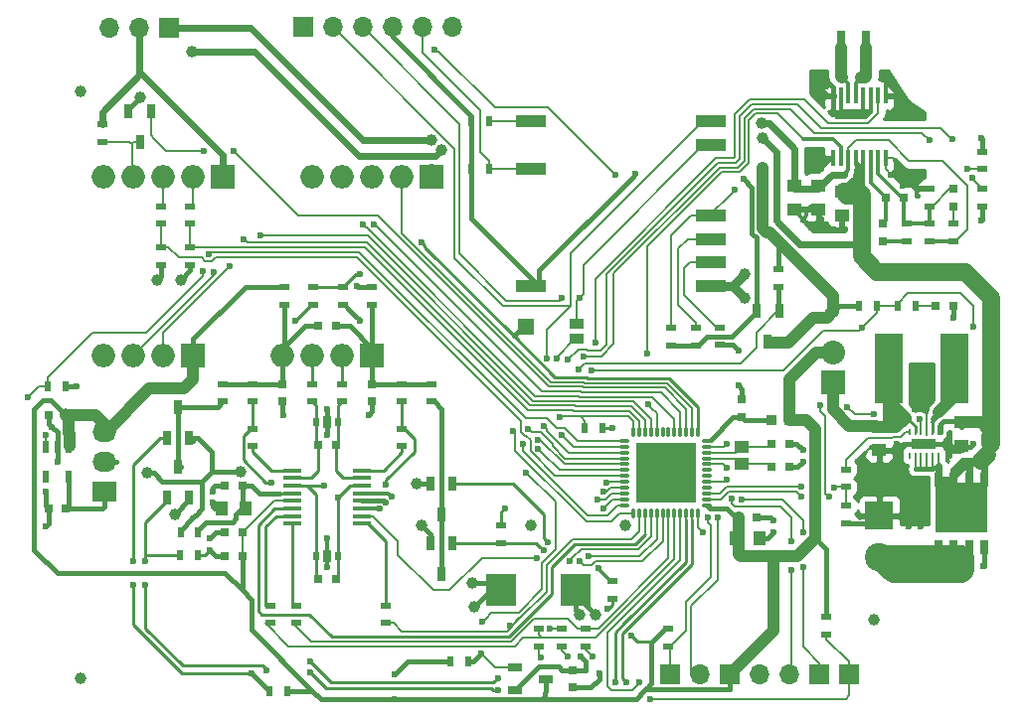
<source format=gtl>
G04 #@! TF.FileFunction,Copper,L1,Top,Signal*
%FSLAX46Y46*%
G04 Gerber Fmt 4.6, Leading zero omitted, Abs format (unit mm)*
G04 Created by KiCad (PCBNEW 4.0.7) date 2018 June 20, Wednesday 04:28:19*
%MOMM*%
%LPD*%
G01*
G04 APERTURE LIST*
%ADD10C,0.050000*%
%ADD11C,1.000000*%
%ADD12R,0.900000X0.500000*%
%ADD13R,0.800000X0.750000*%
%ADD14R,0.750000X0.800000*%
%ADD15C,2.400000*%
%ADD16R,2.400000X2.400000*%
%ADD17R,2.032000X2.032000*%
%ADD18O,2.032000X2.032000*%
%ADD19R,1.700000X1.700000*%
%ADD20O,1.700000X1.700000*%
%ADD21R,0.889000X0.889000*%
%ADD22R,0.500000X0.900000*%
%ADD23R,0.550000X1.000000*%
%ADD24O,0.280000X0.850000*%
%ADD25O,0.850000X0.280000*%
%ADD26R,5.100000X5.100000*%
%ADD27R,1.500000X0.450000*%
%ADD28R,1.249680X0.998220*%
%ADD29R,2.032000X1.727200*%
%ADD30O,2.032000X1.727200*%
%ADD31R,2.450000X5.900000*%
%ADD32R,0.800000X2.900000*%
%ADD33R,0.381000X1.397000*%
%ADD34O,1.998980X1.998980*%
%ADD35R,1.998980X1.998980*%
%ADD36R,0.650000X1.220000*%
%ADD37R,2.500000X1.100000*%
%ADD38R,1.270000X0.965200*%
%ADD39R,0.500000X0.750000*%
%ADD40R,0.800000X1.000000*%
%ADD41R,0.700000X1.200000*%
%ADD42R,4.500000X4.290000*%
%ADD43R,1.550000X1.600000*%
%ADD44R,1.550000X1.200000*%
%ADD45R,2.000000X0.900000*%
%ADD46R,0.250000X0.600000*%
%ADD47C,0.604800*%
%ADD48C,0.609600*%
%ADD49R,1.220000X0.650000*%
%ADD50R,1.250000X1.000000*%
%ADD51R,1.000000X1.250000*%
%ADD52R,2.550000X2.700000*%
%ADD53R,1.350000X1.350000*%
%ADD54C,0.600000*%
%ADD55C,0.400000*%
%ADD56C,0.250000*%
%ADD57C,0.200000*%
%ADD58C,0.800000*%
%ADD59C,0.300000*%
%ADD60C,1.000000*%
%ADD61C,0.600000*%
%ADD62C,1.500000*%
%ADD63C,0.280000*%
%ADD64C,0.350000*%
%ADD65C,0.500000*%
%ADD66C,2.000000*%
%ADD67C,0.254000*%
G04 APERTURE END LIST*
D10*
D11*
X66210000Y5005000D03*
X-1290000Y50005000D03*
D12*
X39690000Y2705000D03*
X39690000Y4205000D03*
D13*
X-2560000Y22455000D03*
X-4060000Y22455000D03*
X-2560000Y14455000D03*
X-4060000Y14455000D03*
D14*
X55000000Y22250000D03*
X55000000Y23750000D03*
D13*
X57500000Y20000000D03*
X59000000Y20000000D03*
X57500000Y18000000D03*
X59000000Y18000000D03*
X56250000Y13705000D03*
X54750000Y13705000D03*
D14*
X40610000Y705000D03*
X40610000Y-795000D03*
D13*
X71500000Y31750000D03*
X73000000Y31750000D03*
X20440000Y30060000D03*
X18940000Y30060000D03*
D14*
X23500000Y25095000D03*
X23500000Y23595000D03*
X15880000Y25095000D03*
X15880000Y23595000D03*
D13*
X18940000Y19900000D03*
X20440000Y19900000D03*
X18940000Y8455000D03*
X20440000Y8455000D03*
X12440000Y10455000D03*
X10940000Y10455000D03*
X10940000Y12455000D03*
X12440000Y12455000D03*
X10940000Y16455000D03*
X12440000Y16455000D03*
D15*
X66690000Y10355000D03*
D16*
X66690000Y13855000D03*
D17*
X62750000Y25250000D03*
D18*
X62750000Y27790000D03*
D19*
X6230000Y55455000D03*
D20*
X3690000Y55455000D03*
X1150000Y55455000D03*
D21*
X57500000Y22000000D03*
X59024000Y22000000D03*
D19*
X61600000Y330000D03*
D20*
X59060000Y330000D03*
D19*
X48900000Y330000D03*
D20*
X51440000Y330000D03*
D12*
X63890000Y16305000D03*
X63890000Y17805000D03*
X63890000Y13205000D03*
X63890000Y14705000D03*
X73000000Y38750000D03*
X73000000Y37250000D03*
X71000000Y41750000D03*
X71000000Y40250000D03*
X71000000Y37250000D03*
X71000000Y38750000D03*
X48690000Y2705000D03*
X48690000Y4205000D03*
X41690000Y2705000D03*
X41690000Y4205000D03*
X37690000Y2705000D03*
X37690000Y4205000D03*
X75490000Y43405000D03*
X75490000Y44905000D03*
X75490000Y41705000D03*
X75490000Y40205000D03*
D22*
X65000000Y31750000D03*
X66500000Y31750000D03*
X68250000Y31750000D03*
X69750000Y31750000D03*
X31940000Y47455000D03*
X33440000Y47455000D03*
D12*
X62210000Y5255000D03*
X62210000Y3755000D03*
X28580000Y25095000D03*
X28580000Y23595000D03*
X10800000Y25095000D03*
X10800000Y23595000D03*
X18420000Y23595000D03*
X18420000Y25095000D03*
X20960000Y23595000D03*
X20960000Y25095000D03*
X26040000Y23595000D03*
X26040000Y25095000D03*
X13340000Y23595000D03*
X13340000Y25095000D03*
X13340000Y19785000D03*
X13340000Y21285000D03*
X26040000Y19785000D03*
X26040000Y21285000D03*
D22*
X7190000Y12455000D03*
X8690000Y12455000D03*
D12*
X24690000Y4705000D03*
X24690000Y6205000D03*
X17010000Y4705000D03*
X17010000Y6205000D03*
X14810000Y4705000D03*
X14810000Y6205000D03*
X500000Y45750000D03*
X500000Y47250000D03*
X8000000Y38750000D03*
X8000000Y40250000D03*
X5500000Y40250000D03*
X5500000Y38750000D03*
X8000000Y35250000D03*
X8000000Y36750000D03*
X5500000Y36750000D03*
X5500000Y35250000D03*
D23*
X-2360000Y19755000D03*
X-3310000Y19755000D03*
X-4260000Y19755000D03*
X-4260000Y17155000D03*
X-2360000Y17155000D03*
D24*
X51250000Y20975000D03*
X50750000Y20975000D03*
X50250000Y20975000D03*
X49750000Y20975000D03*
X49250000Y20975000D03*
X48750000Y20975000D03*
X48250000Y20975000D03*
X47750000Y20975000D03*
X47250000Y20975000D03*
X46750000Y20975000D03*
X46250000Y20975000D03*
X45750000Y20975000D03*
D25*
X45025000Y20250000D03*
X45025000Y19750000D03*
X45025000Y19250000D03*
X45025000Y18750000D03*
X45025000Y18250000D03*
X45025000Y17750000D03*
X45025000Y17250000D03*
X45025000Y16750000D03*
X45025000Y16250000D03*
X45025000Y15750000D03*
X45025000Y15250000D03*
X45025000Y14750000D03*
D24*
X45750000Y14025000D03*
X46250000Y14025000D03*
X46750000Y14025000D03*
X47250000Y14025000D03*
X47750000Y14025000D03*
X48250000Y14025000D03*
X48750000Y14025000D03*
X49250000Y14025000D03*
X49750000Y14025000D03*
X50250000Y14025000D03*
X50750000Y14025000D03*
X51250000Y14025000D03*
D25*
X51975000Y14750000D03*
X51975000Y15250000D03*
X51975000Y15750000D03*
X51975000Y16250000D03*
X51975000Y16750000D03*
X51975000Y17250000D03*
X51975000Y17750000D03*
X51975000Y18250000D03*
X51975000Y18750000D03*
X51975000Y19250000D03*
X51975000Y19750000D03*
X51975000Y20250000D03*
D26*
X48500000Y17500000D03*
D27*
X22640000Y13180000D03*
X22640000Y13830000D03*
X22640000Y14480000D03*
X22640000Y15130000D03*
X22640000Y15780000D03*
X22640000Y16430000D03*
X22640000Y17080000D03*
X22640000Y17730000D03*
X16740000Y17730000D03*
X16740000Y17080000D03*
X16740000Y16430000D03*
X16740000Y15780000D03*
X16740000Y15130000D03*
X16740000Y14480000D03*
X16740000Y13830000D03*
X16740000Y13180000D03*
D28*
X55000000Y19749300D03*
X55000000Y18250700D03*
D29*
X690000Y15915000D03*
D30*
X690000Y18455000D03*
X690000Y20995000D03*
D19*
X53980000Y330000D03*
D20*
X56520000Y330000D03*
D14*
X67000000Y37250000D03*
X67000000Y38750000D03*
D13*
X68750000Y41000000D03*
X67250000Y41000000D03*
D14*
X73000000Y40250000D03*
X73000000Y41750000D03*
D31*
X73065000Y26455000D03*
X67515000Y26455000D03*
D32*
X65600000Y53750000D03*
X63400000Y53750000D03*
D12*
X69000000Y37250000D03*
X69000000Y38750000D03*
D33*
X67222500Y49667000D03*
X66587500Y49667000D03*
X65952500Y49667000D03*
X65317500Y49667000D03*
X64682500Y49667000D03*
X64047500Y49667000D03*
X63412500Y49667000D03*
X62777500Y49667000D03*
X62777500Y44333000D03*
X63412500Y44333000D03*
X64047500Y44333000D03*
X64682500Y44333000D03*
X65317500Y44333000D03*
X65952500Y44333000D03*
X66587500Y44333000D03*
X67222500Y44333000D03*
D19*
X64140000Y330000D03*
D12*
X16000000Y33350000D03*
X16000000Y31850000D03*
X18500000Y33350000D03*
X18500000Y31850000D03*
X21000000Y33350000D03*
X21000000Y31850000D03*
X23500000Y33350000D03*
X23500000Y31850000D03*
D34*
X640000Y27520000D03*
D35*
X8260000Y27520000D03*
D34*
X5720000Y27520000D03*
X3180000Y27520000D03*
X20960000Y42760000D03*
D35*
X28580000Y42760000D03*
D34*
X26040000Y42760000D03*
X23500000Y42760000D03*
X18420000Y42760000D03*
X15880000Y27520000D03*
D35*
X23500000Y27520000D03*
D34*
X20960000Y27520000D03*
X18420000Y27520000D03*
X3180000Y42760000D03*
D35*
X10800000Y42760000D03*
D34*
X8260000Y42760000D03*
X5720000Y42760000D03*
X640000Y42760000D03*
D19*
X17610000Y55500000D03*
D20*
X20150000Y55500000D03*
X22690000Y55500000D03*
X25230000Y55500000D03*
X27770000Y55500000D03*
X30310000Y55500000D03*
D22*
X31940000Y43455000D03*
X33440000Y43455000D03*
D12*
X53090000Y28405000D03*
X53090000Y29905000D03*
X48990000Y28395000D03*
X48990000Y29895000D03*
X51085000Y28395000D03*
X51085000Y29895000D03*
D36*
X30340000Y16615000D03*
X28440000Y16615000D03*
X29390000Y13995000D03*
X6040000Y20495000D03*
X7940000Y20495000D03*
X6990000Y23115000D03*
D37*
X36990000Y47455000D03*
X36990000Y43455000D03*
X36990000Y33455000D03*
X52390000Y33455000D03*
X52390000Y35455000D03*
X52390000Y37455000D03*
X52390000Y39455000D03*
X52390000Y45455000D03*
X52390000Y47455000D03*
D36*
X30340000Y11535000D03*
X28440000Y11535000D03*
X29390000Y8915000D03*
X6040000Y15415000D03*
X7940000Y15415000D03*
X6990000Y18035000D03*
D38*
X40940000Y28935000D03*
X40940000Y30205000D03*
D39*
X18740000Y21805000D03*
X20640000Y21805000D03*
D40*
X19690000Y21805000D03*
D39*
X18740000Y10455000D03*
X20640000Y10455000D03*
D40*
X19690000Y10455000D03*
D41*
X71780000Y11155000D03*
X73050000Y11155000D03*
X74330000Y11155000D03*
X75600000Y11155000D03*
X75600000Y16955000D03*
X74330000Y16955000D03*
X73050000Y16955000D03*
X71780000Y16955000D03*
D42*
X73690000Y14555000D03*
D43*
X72600000Y15305000D03*
X74780000Y15305000D03*
D44*
X72600000Y13305000D03*
X74780000Y13305000D03*
D45*
X70500000Y20000000D03*
D46*
X70750000Y21000000D03*
D47*
X71250000Y20000000D03*
D48*
X69750000Y20000000D03*
D46*
X71750000Y21000000D03*
X71250000Y21000000D03*
X70250000Y21000000D03*
X69750000Y21000000D03*
X69250000Y21000000D03*
X69250000Y19000000D03*
X69750000Y19000000D03*
X70250000Y19000000D03*
X70750000Y19000000D03*
X71250000Y19000000D03*
X71750000Y19000000D03*
D11*
X-1290000Y5000D03*
D49*
X35710000Y905000D03*
X35710000Y-995000D03*
X38330000Y-45000D03*
D36*
X58160000Y31315000D03*
X56260000Y31315000D03*
X57210000Y28695000D03*
X4660000Y48315000D03*
X2760000Y48315000D03*
X3710000Y45695000D03*
D12*
X44010000Y8305000D03*
X44010000Y6805000D03*
X34510000Y13005000D03*
X34510000Y11505000D03*
D22*
X14760000Y-1095000D03*
X16260000Y-1095000D03*
X8660000Y10505000D03*
X7160000Y10505000D03*
D50*
X73690000Y21805000D03*
X73690000Y19805000D03*
X63500000Y41455000D03*
X63500000Y39455000D03*
X66690000Y21455000D03*
X66690000Y19455000D03*
X59500000Y42000000D03*
X59500000Y40000000D03*
X61500000Y42000000D03*
X61500000Y40000000D03*
D51*
X56500000Y11955000D03*
X54500000Y11955000D03*
D52*
X40810000Y7505000D03*
X34460000Y7505000D03*
D51*
X10690000Y14455000D03*
X12690000Y14455000D03*
D22*
X43110000Y21305000D03*
X41610000Y21305000D03*
X-2590000Y24905000D03*
X-4090000Y24905000D03*
X30160000Y1405000D03*
X31660000Y1405000D03*
D12*
X58110000Y34855000D03*
X58110000Y33355000D03*
D11*
X45061400Y13005960D03*
X37061400Y13005960D03*
D53*
X36610000Y30005000D03*
D54*
X34810000Y14505000D03*
X-1690000Y24905000D03*
X44010000Y21305000D03*
D11*
X32010000Y8105000D03*
X32210000Y6105000D03*
X6710000Y14005000D03*
X3710000Y49505000D03*
X27710000Y13005000D03*
D54*
X9960010Y14955000D03*
X9960010Y15955000D03*
D11*
X7190000Y33955000D03*
X5190000Y33955000D03*
D54*
X63190000Y47955000D03*
X68690000Y41955000D03*
X69690000Y41955000D03*
X69690000Y42955000D03*
X68190000Y43955000D03*
X68690000Y42955000D03*
X67690000Y42955000D03*
X62190000Y50455000D03*
X61690000Y49455000D03*
X62190000Y51455000D03*
X61190000Y50455000D03*
X61190000Y51455000D03*
X65190000Y47955000D03*
X64190000Y47955000D03*
X70190000Y12955000D03*
X69190000Y12955000D03*
X69190000Y13955000D03*
X70190000Y13955000D03*
X70190000Y14955000D03*
X69190000Y14955000D03*
X65190000Y15955000D03*
X66190000Y15955000D03*
X67190000Y15955000D03*
X68190000Y15955000D03*
X69190000Y15955000D03*
X70190000Y15955000D03*
X70190000Y16955000D03*
X69190000Y16955000D03*
X68190000Y16955000D03*
X67190000Y16955000D03*
X66190000Y16955000D03*
X65190000Y16955000D03*
X65190000Y17955000D03*
X66190000Y17955000D03*
X67190000Y17955000D03*
X68190000Y17955000D03*
X68190000Y18955000D03*
X68190000Y19955000D03*
X48500000Y17500000D03*
X53690000Y16955000D03*
X53690000Y17955000D03*
X53690000Y19955000D03*
X48500000Y17500000D03*
X51690000Y12455000D03*
X57690000Y12455000D03*
X57690000Y13455000D03*
X60190000Y18455000D03*
X60190000Y19455000D03*
X54690000Y24955000D03*
X54690000Y27955000D03*
D11*
X55190000Y32455000D03*
X55190000Y34455000D03*
D54*
X22190000Y33455000D03*
X19690000Y22955000D03*
X19690000Y9455000D03*
X19690000Y11955000D03*
X25190000Y15455000D03*
X24190000Y14455000D03*
X24690000Y14955000D03*
X-3310000Y18455000D03*
X-3810000Y21455000D03*
X-4310000Y15955000D03*
X-4310000Y12955000D03*
X9690000Y11955000D03*
X9690000Y10955000D03*
X42890000Y455000D03*
X69690000Y22955000D03*
X70690000Y25955000D03*
X69690000Y25955000D03*
X69690000Y24955000D03*
X70690000Y24955000D03*
X70690000Y23955000D03*
X69690000Y23955000D03*
X72690000Y20755000D03*
X74690000Y19955000D03*
X72690000Y18955000D03*
X72690000Y19955000D03*
X61790000Y39155000D03*
X63790000Y38255000D03*
X62890000Y38255000D03*
X61790000Y38255000D03*
X60890000Y38455000D03*
X60190000Y39155000D03*
X60690000Y43455000D03*
X60690000Y44555000D03*
X61790000Y44555000D03*
X61790000Y43455000D03*
X70390000Y48055000D03*
X69490000Y48755000D03*
X69490000Y48055000D03*
X68490000Y48055000D03*
X68490000Y48755000D03*
X68490000Y49655000D03*
X67190000Y51155000D03*
X75390000Y46055000D03*
X75390000Y39055000D03*
X75590000Y9555000D03*
X72990000Y30755000D03*
X23190000Y22455000D03*
X15940000Y22455000D03*
X19690000Y20705000D03*
X70690000Y22955000D03*
X25410000Y-1795006D03*
X25410000Y305023D03*
X43541333Y5923457D03*
X45610000Y3605000D03*
D11*
X56790000Y43555000D03*
X62690000Y31205000D03*
X4310000Y17505000D03*
X27290000Y16555000D03*
X12290000Y17580002D03*
X42510000Y5405000D03*
X41210000Y5405000D03*
D54*
X41290000Y1855000D03*
X24690022Y16480010D03*
X19440000Y16455000D03*
X20640000Y15430002D03*
X14940000Y16705000D03*
X42290000Y1855000D03*
X40190000Y1855000D03*
X37913478Y1805002D03*
X72890000Y45955000D03*
X40190000Y27155004D03*
X36789990Y21288198D03*
X74190000Y43455000D03*
X70990000Y45855000D03*
X41470423Y27455078D03*
X37590000Y20355000D03*
X74590000Y42655000D03*
D11*
X56744760Y46059362D03*
X29411930Y45030974D03*
X8190000Y53455000D03*
D54*
X13989999Y37755019D03*
X11390000Y35155000D03*
X9998026Y34641879D03*
X12590000Y37455006D03*
X22440000Y34455000D03*
X27690000Y37205000D03*
D11*
X56640032Y47304979D03*
X28528038Y45914866D03*
D54*
X52115078Y13705814D03*
X43190000Y14455000D03*
X52914662Y13679662D03*
X42690000Y15205000D03*
X9190000Y44955000D03*
X11690000Y44955000D03*
X60090000Y16355000D03*
X62890000Y16255000D03*
X65210000Y29875000D03*
X74710000Y30005042D03*
X42190000Y26255000D03*
X37640000Y19553544D03*
X47190000Y-1745000D03*
X46290000Y-345000D03*
X38640012Y4218308D03*
X35210000Y4505000D03*
X66210000Y22505000D03*
X60090000Y15455000D03*
X61690000Y23255000D03*
X63990000Y23155002D03*
X62390012Y15455000D03*
X70090000Y22055000D03*
X42490000Y28655000D03*
X39490000Y22255000D03*
X-4309988Y20756150D03*
X-5810000Y23954990D03*
X9560571Y36154988D03*
X9108030Y34723944D03*
X40310000Y10005000D03*
X37551343Y10261429D03*
X46990000Y23355006D03*
X46955674Y27655011D03*
X38090010Y21541216D03*
X41112665Y26329121D03*
X39209233Y27288477D03*
X36338439Y20005863D03*
X38409495Y27267555D03*
X35482042Y21113625D03*
X60190000Y12455000D03*
X60190000Y9455000D03*
X43215888Y15895132D03*
X54960484Y15204979D03*
X43440000Y16705000D03*
X54111236Y15304977D03*
X59190000Y9205000D03*
X59190000Y11705000D03*
X16940000Y30455000D03*
X22440000Y30455008D03*
X23690000Y38705000D03*
X22690000Y38705000D03*
X28790000Y53555000D03*
X54390000Y41654992D03*
X44190000Y42955000D03*
X55117602Y42548893D03*
X45940000Y43005010D03*
X42810000Y9405000D03*
X41909998Y10405000D03*
X38456619Y11611198D03*
X41193313Y9949503D03*
X38087928Y10901208D03*
X34210000Y5000D03*
X18190000Y1455000D03*
X44190000Y-345000D03*
X13250782Y404252D03*
X3190000Y7955000D03*
X3190000Y9955000D03*
X18252868Y508234D03*
X34210000Y-995000D03*
X14490000Y654998D03*
X4190000Y7955000D03*
X4190000Y9955000D03*
X45190000Y-345000D03*
X41190000Y32455000D03*
X39690000Y32455000D03*
X32810000Y2105004D03*
X32910000Y4805000D03*
X36589998Y17555000D03*
X39665728Y20730728D03*
D55*
X60190000Y39155000D02*
X60190000Y39025000D01*
X60190000Y39025000D02*
X60210000Y39005000D01*
D56*
X34510001Y14205001D02*
X34810000Y14505000D01*
X34510000Y13005000D02*
X34510001Y14205001D01*
D55*
X-2590000Y24905000D02*
X-1690000Y24905000D01*
D56*
X8660000Y10505000D02*
X9240000Y10505000D01*
X9240000Y10505000D02*
X9690000Y10955000D01*
X43110000Y21305000D02*
X44010000Y21305000D01*
D55*
X32010000Y8105000D02*
X33860000Y8105000D01*
X33860000Y8105000D02*
X34460000Y7505000D01*
X34460000Y7505000D02*
X33610000Y7505000D01*
X33610000Y7505000D02*
X32210000Y6105000D01*
X41690000Y-795000D02*
X40610000Y-795000D01*
X7940000Y15415000D02*
X7940000Y15235000D01*
X7940000Y15235000D02*
X6710000Y14005000D01*
X2760000Y48315000D02*
X2760000Y48555000D01*
X2760000Y48555000D02*
X3710000Y49505000D01*
X28440000Y11535000D02*
X28440000Y12275000D01*
X28440000Y12275000D02*
X27710000Y13005000D01*
X9960010Y14634990D02*
X9960010Y14955000D01*
X10940000Y14455000D02*
X10140000Y14455000D01*
X10940000Y16455000D02*
X10140000Y16455000D01*
X9960010Y16275010D02*
X9960010Y15955000D01*
X10140000Y16455000D02*
X9960010Y16275010D01*
X10140000Y14455000D02*
X9960010Y14634990D01*
X71000000Y41750000D02*
X69895000Y41750000D01*
X69895000Y41750000D02*
X69690000Y41955000D01*
X8000000Y35250000D02*
X8000000Y34765000D01*
X8000000Y34765000D02*
X7190000Y33955000D01*
X5500000Y35250000D02*
X5500000Y34265000D01*
X5500000Y34265000D02*
X5190000Y33955000D01*
D57*
X62777500Y48367500D02*
X63190000Y47955000D01*
X68690000Y41955000D02*
X68690000Y42955000D01*
X69690000Y42955000D02*
X69690000Y41955000D01*
X67222500Y44333000D02*
X67812000Y44333000D01*
X67812000Y44333000D02*
X68190000Y43955000D01*
X68690000Y42955000D02*
X68690000Y43455000D01*
X67222500Y44333000D02*
X67222500Y43422500D01*
X67222500Y43422500D02*
X67690000Y42955000D01*
X61690000Y49455000D02*
X61690000Y49955000D01*
X61690000Y49955000D02*
X62190000Y50455000D01*
X61190000Y50455000D02*
X62190000Y51455000D01*
X61790000Y51655000D02*
X61390000Y51655000D01*
X61390000Y51655000D02*
X61190000Y51455000D01*
D55*
X62890001Y48254999D02*
X63190000Y47955000D01*
X62777500Y48367500D02*
X62890001Y48254999D01*
X62777500Y49667000D02*
X62777500Y48367500D01*
X63090000Y47955000D02*
X63190000Y47955000D01*
X65490000Y47955000D02*
X65190000Y47955000D01*
X65190000Y47955000D02*
X64190000Y47955000D01*
D57*
X64090000Y48055000D02*
X64190000Y47955000D01*
D55*
X64190000Y47955000D02*
X63690000Y47955000D01*
D57*
X63390000Y48055000D02*
X64090000Y48055000D01*
X65190000Y18955000D02*
X65190000Y17955000D01*
X65940000Y19705000D02*
X65190000Y18955000D01*
D55*
X66690000Y19705000D02*
X65940000Y19705000D01*
D57*
X69190000Y13955000D02*
X69190000Y12955000D01*
X70190000Y14955000D02*
X70190000Y13955000D01*
X65190000Y15955000D02*
X68190000Y15955000D01*
X68190000Y15955000D02*
X69190000Y14955000D01*
X67190000Y15955000D02*
X66190000Y15955000D01*
X69190000Y15955000D02*
X68190000Y15955000D01*
X69190000Y16955000D02*
X70190000Y16955000D01*
X67190000Y16955000D02*
X68190000Y16955000D01*
X65190000Y16955000D02*
X66190000Y16955000D01*
X66190000Y17955000D02*
X65190000Y17955000D01*
X67190000Y17955000D02*
X66190000Y17955000D01*
X68190000Y18955000D02*
X68190000Y17955000D01*
X68614264Y19955000D02*
X68190000Y19955000D01*
X68690000Y19955000D02*
X68614264Y19955000D01*
X68735000Y20000000D02*
X68690000Y19955000D01*
D55*
X70500000Y20000000D02*
X68735000Y20000000D01*
D57*
X50696011Y19461011D02*
X49190000Y17955000D01*
X48500000Y17500000D02*
X48500000Y16265000D01*
X48196011Y19461011D02*
X46690000Y17955000D01*
X51975000Y16750000D02*
X53485000Y16750000D01*
X53485000Y16750000D02*
X53690000Y16955000D01*
X51975000Y18250000D02*
X53395000Y18250000D01*
X53395000Y18250000D02*
X53690000Y17955000D01*
X51975000Y19750000D02*
X53485000Y19750000D01*
X53485000Y19750000D02*
X53690000Y19955000D01*
X51250000Y12895000D02*
X51690000Y12455000D01*
X51250000Y14025000D02*
X51250000Y12895000D01*
D55*
X56250000Y11955000D02*
X57190000Y11955000D01*
X57190000Y11955000D02*
X57690000Y12455000D01*
X56250000Y13705000D02*
X57440000Y13705000D01*
X57440000Y13705000D02*
X57690000Y13455000D01*
X59000000Y18000000D02*
X59735000Y18000000D01*
X59735000Y18000000D02*
X60190000Y18455000D01*
X59000000Y20000000D02*
X59645000Y20000000D01*
X59645000Y20000000D02*
X60190000Y19455000D01*
X55000000Y23750000D02*
X55000000Y24645000D01*
X55000000Y24645000D02*
X54690000Y24955000D01*
X53090000Y28405000D02*
X54240000Y28405000D01*
X54240000Y28405000D02*
X54690000Y27955000D01*
D58*
X55190000Y32455000D02*
X54190000Y33455000D01*
X51690000Y33455000D02*
X54190000Y33455000D01*
X54190000Y33455000D02*
X55190000Y34455000D01*
D55*
X23500000Y33350000D02*
X22295000Y33350000D01*
X22295000Y33350000D02*
X22190000Y33455000D01*
X19690000Y21805000D02*
X19690000Y22955000D01*
D59*
X19690000Y10455000D02*
X19690000Y9455000D01*
X19690000Y10455000D02*
X19690000Y11955000D01*
X22640000Y15780000D02*
X24865000Y15780000D01*
X24865000Y15780000D02*
X25190000Y15455000D01*
X22640000Y14480000D02*
X24165000Y14480000D01*
X24165000Y14480000D02*
X24190000Y14455000D01*
D55*
X22640000Y15130000D02*
X24515000Y15130000D01*
X24515000Y15130000D02*
X24690000Y14955000D01*
X-3310000Y19755000D02*
X-3310000Y18455000D01*
X-3310000Y20955000D02*
X-3810000Y21455000D01*
X-3310000Y19755000D02*
X-3310000Y20955000D01*
X-4060000Y22455000D02*
X-4060000Y21705000D01*
X-4060000Y21705000D02*
X-3810000Y21455000D01*
X-4310000Y15955000D02*
X-4310000Y14705000D01*
X-4310000Y14705000D02*
X-4060000Y14455000D01*
X-4060000Y14455000D02*
X-4060000Y13205000D01*
X-4060000Y13205000D02*
X-4310000Y12955000D01*
X10940000Y12455000D02*
X10190000Y12455000D01*
X10190000Y12455000D02*
X9690000Y11955000D01*
X10940000Y10455000D02*
X10190000Y10455000D01*
X10190000Y10455000D02*
X9690000Y10955000D01*
X41690000Y-795000D02*
X42140000Y-795000D01*
X42140000Y-795000D02*
X42890000Y-45000D01*
X42890000Y-45000D02*
X42890000Y455000D01*
X70690000Y25955000D02*
X70690000Y23955000D01*
X70690000Y23955000D02*
X69690000Y22955000D01*
X69690000Y24955000D02*
X69690000Y25955000D01*
X70690000Y23955000D02*
X70690000Y24955000D01*
X70690000Y22955000D02*
X69690000Y23955000D01*
X72690000Y18955000D02*
X72690000Y20755000D01*
X72690000Y20755000D02*
X72690000Y20955000D01*
X72690000Y19955000D02*
X72690000Y20755000D01*
X73690000Y19705000D02*
X74440000Y19705000D01*
X74440000Y19705000D02*
X74690000Y19955000D01*
X71250000Y20000000D02*
X72645000Y20000000D01*
X72645000Y20000000D02*
X72690000Y19955000D01*
X73690000Y19705000D02*
X72940000Y19705000D01*
X72940000Y19705000D02*
X72690000Y19955000D01*
X63890000Y13205000D02*
X66040000Y13205000D01*
X66040000Y13205000D02*
X66690000Y13855000D01*
D59*
X60490000Y39915000D02*
X60489999Y39454999D01*
X60489999Y39454999D02*
X60190000Y39155000D01*
X61500000Y40250000D02*
X60825000Y40250000D01*
X60825000Y40250000D02*
X60490000Y39915000D01*
X62890000Y38255000D02*
X63790000Y38255000D01*
X60890000Y38455000D02*
X61590000Y38455000D01*
X61590000Y38455000D02*
X61790000Y38255000D01*
X59500000Y40250000D02*
X59500000Y39845000D01*
X59500000Y39845000D02*
X60190000Y39155000D01*
X61790000Y44555000D02*
X60690000Y44555000D01*
X62777500Y44333000D02*
X62668000Y44333000D01*
X62668000Y44333000D02*
X61790000Y43455000D01*
D55*
X69490000Y48055000D02*
X69490000Y48755000D01*
X68490000Y48755000D02*
X68490000Y48055000D01*
X67190000Y51155000D02*
X67190000Y50955000D01*
X67190000Y50955000D02*
X68490000Y49655000D01*
X62777500Y49667000D02*
X62278000Y49667000D01*
X62278000Y49667000D02*
X61690000Y50255000D01*
D59*
X63412500Y49667000D02*
X63412500Y48855000D01*
X63412500Y48855000D02*
X63412500Y48377500D01*
D55*
X63690000Y47955000D02*
X63090000Y47955000D01*
X65861379Y48383629D02*
X65861379Y48326379D01*
X65861379Y48326379D02*
X65490000Y47955000D01*
X63689999Y48055001D02*
X63390000Y48355000D01*
X63690000Y47955000D02*
X63689999Y48055001D01*
X65090000Y48355000D02*
X65790000Y48355000D01*
X65790000Y48355000D02*
X65890000Y48455000D01*
X63390000Y48355000D02*
X65190000Y48355000D01*
X65190000Y48355000D02*
X65290000Y48455000D01*
X61590000Y51255000D02*
X61590000Y50355000D01*
X61590000Y50355000D02*
X61690000Y50255000D01*
X61490000Y50255000D02*
X61490000Y51655000D01*
X62190000Y50955000D02*
X61490000Y50955000D01*
D59*
X63412500Y48377500D02*
X63390000Y48355000D01*
X65317500Y49667000D02*
X65317500Y48482500D01*
X65317500Y48482500D02*
X65290000Y48455000D01*
X65952500Y49667000D02*
X65952500Y48517500D01*
X65952500Y48517500D02*
X65890000Y48455000D01*
X67222500Y49667000D02*
X67222500Y51122500D01*
X67222500Y51122500D02*
X67190000Y51155000D01*
D55*
X62777500Y49667000D02*
X62777500Y50367500D01*
X62777500Y50367500D02*
X62190000Y50955000D01*
X75490000Y44905000D02*
X75490000Y45955000D01*
X75490000Y45955000D02*
X75390000Y46055000D01*
X75490000Y40205000D02*
X75490000Y39155000D01*
X75490000Y39155000D02*
X75390000Y39055000D01*
X75600000Y11155000D02*
X75600000Y9565000D01*
X75600000Y9565000D02*
X75590000Y9555000D01*
X73000000Y31750000D02*
X73000000Y30765000D01*
X73000000Y30765000D02*
X72990000Y30755000D01*
X23500000Y23595000D02*
X23500000Y22765000D01*
X23500000Y22765000D02*
X23190000Y22455000D01*
X15880000Y23595000D02*
X15880000Y22515000D01*
X15880000Y22515000D02*
X15940000Y22455000D01*
X19690000Y21805000D02*
X19690000Y20705000D01*
D57*
X70750000Y22895000D02*
X70690000Y22955000D01*
X70750000Y21000000D02*
X70750000Y22895000D01*
X70750000Y21000000D02*
X70750000Y20750001D01*
X70750000Y20750001D02*
X70690000Y20750001D01*
D60*
X62750000Y32055000D02*
X62750000Y32565000D01*
X62750000Y32565000D02*
X57310000Y38005000D01*
X57310000Y38005000D02*
X57110000Y38005000D01*
D55*
X58110000Y34855000D02*
X58110000Y37005000D01*
X58110000Y37005000D02*
X57710000Y37405000D01*
X57710000Y37405000D02*
X57710000Y37740002D01*
D60*
X57074998Y38040002D02*
X56790000Y38325000D01*
X56790000Y38325000D02*
X56790000Y42847894D01*
X56790000Y42847894D02*
X56790000Y43555000D01*
D55*
X24985736Y-1795006D02*
X25410000Y-1795006D01*
X37079163Y-1795006D02*
X25834264Y-1795006D01*
X19140006Y-1795006D02*
X24985736Y-1795006D01*
X18410000Y-1065000D02*
X19140006Y-1795006D01*
X25709999Y605022D02*
X25410000Y305023D01*
X26509977Y1405000D02*
X25709999Y605022D01*
X25834264Y-1795006D02*
X25410000Y-1795006D01*
X30160000Y1405000D02*
X26509977Y1405000D01*
X37090000Y-1784169D02*
X37079163Y-1795006D01*
D56*
X47290000Y1005000D02*
X47290000Y3085000D01*
X47310000Y3105000D02*
X46110000Y3105000D01*
X47290000Y3085000D02*
X47310000Y3105000D01*
X46110000Y3105000D02*
X45610000Y3605000D01*
X44010000Y6805000D02*
X44010000Y6305000D01*
X44010000Y6305000D02*
X43628457Y5923457D01*
X43628457Y5923457D02*
X43541333Y5923457D01*
D55*
X13210000Y4135000D02*
X18410000Y-1065000D01*
X16260000Y-1095000D02*
X18380000Y-1095000D01*
X18380000Y-1095000D02*
X18410000Y-1065000D01*
X12440000Y7500000D02*
X13210000Y6730000D01*
X13210000Y6730000D02*
X13210000Y4135000D01*
X47290000Y2955000D02*
X47290000Y1005000D01*
X47290000Y1005000D02*
X47290000Y-455002D01*
X37090000Y-1784169D02*
X37920831Y-1784169D01*
X37920831Y-1784169D02*
X38210000Y-1495000D01*
X38210000Y-1495000D02*
X38210000Y-1235000D01*
X38210000Y-1235000D02*
X38330000Y-1115000D01*
X38330000Y-1115000D02*
X38330000Y-45000D01*
X57590000Y28605000D02*
X57300000Y28605000D01*
X57300000Y28605000D02*
X57210000Y28695000D01*
X62210000Y5255000D02*
X62210000Y10981000D01*
X62210000Y10981000D02*
X61240002Y11950998D01*
D60*
X54750000Y11955000D02*
X54750000Y13705000D01*
X56250000Y10455000D02*
X54875000Y10455000D01*
X54875000Y10455000D02*
X54750000Y10580000D01*
X54750000Y10580000D02*
X54750000Y11955000D01*
D55*
X53980000Y-920000D02*
X53980000Y330000D01*
X46900002Y-845000D02*
X47025003Y-970001D01*
X47025003Y-970001D02*
X53929999Y-970001D01*
X53929999Y-970001D02*
X53980000Y-920000D01*
D60*
X53980000Y330000D02*
X57690000Y4040000D01*
X57690000Y4040000D02*
X57690000Y10455000D01*
X57690000Y10455000D02*
X56250000Y10455000D01*
D55*
X46900002Y-845000D02*
X46690000Y-1055002D01*
X47290000Y-455002D02*
X46900002Y-845000D01*
X46690000Y-1055002D02*
X46865001Y-880001D01*
X46865001Y-880001D02*
X47025001Y-880001D01*
X47025001Y-880001D02*
X47115001Y-970001D01*
X12440000Y7500000D02*
X10985000Y8955000D01*
X10985000Y8955000D02*
X-3310000Y8955000D01*
X-5310000Y22955000D02*
X-4560000Y23705000D01*
X-4560000Y23705000D02*
X-3835000Y23705000D01*
X-3310000Y8955000D02*
X-5310000Y10955000D01*
X-5310000Y10955000D02*
X-5310000Y22955000D01*
X-2585000Y22455000D02*
X-2560000Y22455000D01*
X-3835000Y23705000D02*
X-2585000Y22455000D01*
D60*
X60468500Y22000000D02*
X61240002Y21228498D01*
X61240002Y21228498D02*
X61240002Y11950998D01*
X59024000Y22000000D02*
X60468500Y22000000D01*
X-2560000Y22455000D02*
X-2535000Y22455000D01*
X-2535000Y22455000D02*
X-2310000Y22230000D01*
X-2310000Y22230000D02*
X-2310000Y20880002D01*
X-2310000Y20880002D02*
X-2284999Y20855001D01*
X-2284999Y20855001D02*
X-2284999Y19830001D01*
D55*
X46690000Y-1055002D02*
X46000002Y-1745000D01*
X46000002Y-1745000D02*
X37129169Y-1745000D01*
X37129169Y-1745000D02*
X37090000Y-1784169D01*
X65000000Y31750000D02*
X63235000Y31750000D01*
X63235000Y31750000D02*
X62690000Y31205000D01*
X48690000Y4205000D02*
X48490000Y4205000D01*
X48490000Y4205000D02*
X47290000Y3005000D01*
X8260000Y27520000D02*
X8260000Y28919490D01*
X8260000Y28919490D02*
X12690510Y33350000D01*
X12690510Y33350000D02*
X15150000Y33350000D01*
X15150000Y33350000D02*
X16000000Y33350000D01*
D60*
X62240000Y30755000D02*
X62690000Y31205000D01*
X62750000Y32055000D02*
X62750000Y31265000D01*
D55*
X63055000Y31750000D02*
X62750000Y32055000D01*
X54750000Y13705000D02*
X54440000Y13705000D01*
X54440000Y13705000D02*
X53690000Y14455000D01*
X53690000Y14455000D02*
X52270000Y14455000D01*
X52270000Y14455000D02*
X52065010Y14659990D01*
D60*
X62750000Y31265000D02*
X62690000Y31205000D01*
X59744004Y10455000D02*
X56250000Y10455000D01*
X61240002Y11950998D02*
X59744004Y10455000D01*
X842400Y20995000D02*
X4552400Y24705000D01*
X4552400Y24705000D02*
X7444490Y24705000D01*
D55*
X12440000Y10455000D02*
X12440000Y7500000D01*
D57*
X12440000Y12455000D02*
X12465000Y12455000D01*
X15790000Y15130000D02*
X16740000Y15130000D01*
X12465000Y12455000D02*
X15140000Y15130000D01*
X15140000Y15130000D02*
X15790000Y15130000D01*
X12440000Y10455000D02*
X12440000Y12455000D01*
X-2560000Y22455000D02*
X-2560000Y23030000D01*
X12440000Y9455000D02*
X12440000Y10455000D01*
D60*
X28580000Y43315000D02*
X28580000Y42760000D01*
X7444490Y24705000D02*
X8260000Y25520510D01*
X8260000Y25520510D02*
X8260000Y27520000D01*
X690000Y20995000D02*
X842400Y20995000D01*
X690000Y20995000D02*
X690000Y21705000D01*
X690000Y21705000D02*
X-60000Y22455000D01*
X-60000Y22455000D02*
X-2560000Y22455000D01*
X62750000Y27790000D02*
X61313160Y27790000D01*
X61313160Y27790000D02*
X59024000Y25500840D01*
X59024000Y25500840D02*
X59024000Y22000000D01*
X57590000Y28605000D02*
X58940000Y28605000D01*
X58940000Y28605000D02*
X61090000Y30755000D01*
X61090000Y30755000D02*
X62240000Y30755000D01*
D55*
X9010000Y16775000D02*
X5654998Y16775000D01*
X5654998Y16775000D02*
X4924998Y17505000D01*
X4924998Y17505000D02*
X4310000Y17505000D01*
X9010000Y14505000D02*
X9010000Y16775000D01*
X9010000Y16775000D02*
X9815002Y17580002D01*
X8715001Y14210001D02*
X9010000Y14505000D01*
X8190000Y13655000D02*
X8715001Y14180001D01*
X8715001Y14180001D02*
X8715001Y14210001D01*
X7940000Y20495000D02*
X8665000Y20495000D01*
X8665000Y20495000D02*
X9815002Y19344998D01*
X9815002Y19344998D02*
X9815002Y17580002D01*
X28440000Y16615000D02*
X27350000Y16615000D01*
X27350000Y16615000D02*
X27290000Y16555000D01*
X12290000Y17580002D02*
X9815002Y17580002D01*
X1660000Y18455000D02*
X690000Y18455000D01*
X8190000Y13655000D02*
X7190000Y12655000D01*
X8190000Y13705000D02*
X8190000Y13655000D01*
X7190000Y12655000D02*
X7190000Y12455000D01*
X690000Y18455000D02*
X1690000Y18455000D01*
X28440000Y16330000D02*
X28440000Y16615000D01*
X28580000Y16755000D02*
X28440000Y16615000D01*
X8210000Y20225000D02*
X7940000Y20495000D01*
X7940000Y20495000D02*
X7940000Y20935000D01*
D60*
X66390000Y21505000D02*
X64159996Y21505000D01*
X62750000Y23234000D02*
X62750000Y25250000D01*
X64159996Y21505000D02*
X62750000Y22914996D01*
X62750000Y22914996D02*
X62750000Y23234000D01*
X68140012Y21405012D02*
X68140012Y22405012D01*
X68140012Y22405012D02*
X68440000Y22705000D01*
X67515000Y26455000D02*
X67515000Y22030024D01*
X67515000Y22030024D02*
X68140012Y21405012D01*
X68140012Y21405012D02*
X68940000Y22205000D01*
X66890012Y21405012D02*
X68140012Y21405012D01*
D56*
X69750000Y21479986D02*
X69024986Y22205000D01*
X69024986Y22205000D02*
X68940000Y22205000D01*
X69750000Y21000000D02*
X69750000Y21479986D01*
D60*
X67915000Y26455000D02*
X67915000Y23230000D01*
X67915000Y23230000D02*
X68440000Y22705000D01*
X68440000Y22705000D02*
X68940000Y22205000D01*
D57*
X67795000Y24350000D02*
X67795000Y26335000D01*
X67795000Y26335000D02*
X67915000Y26455000D01*
D55*
X55000000Y22250000D02*
X54225000Y22250000D01*
X54225000Y22250000D02*
X52315010Y20340010D01*
X57500000Y22000000D02*
X55250000Y22000000D01*
X55250000Y22000000D02*
X55000000Y22250000D01*
D57*
X55000000Y19749300D02*
X57249300Y19749300D01*
X57249300Y19749300D02*
X57500000Y20000000D01*
X51975000Y19250000D02*
X54500700Y19250000D01*
X54500700Y19250000D02*
X55000000Y19749300D01*
X55000000Y18250700D02*
X57249300Y18250700D01*
X57249300Y18250700D02*
X57500000Y18000000D01*
X51975000Y18750000D02*
X54500700Y18750000D01*
X54500700Y18750000D02*
X55000000Y18250700D01*
D55*
X40810000Y7505000D02*
X40810000Y7105000D01*
X40810000Y7105000D02*
X42510000Y5405000D01*
X40810000Y7505000D02*
X40810000Y5805000D01*
X40810000Y5805000D02*
X41210000Y5405000D01*
D57*
X40610000Y705000D02*
X41690000Y705000D01*
D55*
X35710000Y-995000D02*
X37710000Y1005000D01*
X37710000Y1005000D02*
X39390000Y1005000D01*
X39390000Y1005000D02*
X39690000Y705000D01*
X41690000Y705000D02*
X41690000Y1455000D01*
X41690000Y1455000D02*
X41290000Y1855000D01*
X39690000Y705000D02*
X41690000Y705000D01*
D57*
X69750000Y31750000D02*
X71500000Y31750000D01*
D55*
X23500000Y28145000D02*
X23500000Y27520000D01*
X20440000Y30060000D02*
X21585000Y30060000D01*
X21585000Y30060000D02*
X23500000Y28145000D01*
X23500000Y31850000D02*
X23500000Y27520000D01*
X23500000Y27520000D02*
X23500000Y25095000D01*
X26040000Y25095000D02*
X28580000Y25095000D01*
X26040000Y25095000D02*
X23500000Y25095000D01*
X15880000Y27520000D02*
X15880000Y28145000D01*
X15880000Y28145000D02*
X17795000Y30060000D01*
X17795000Y30060000D02*
X18940000Y30060000D01*
X16000000Y31850000D02*
X16000000Y27640000D01*
X16000000Y27640000D02*
X15880000Y27520000D01*
X15880000Y27520000D02*
X15880000Y25095000D01*
X13340000Y25095000D02*
X10800000Y25095000D01*
X15880000Y25095000D02*
X13340000Y25095000D01*
D56*
X18740000Y21805000D02*
X18740000Y23275000D01*
X18740000Y23275000D02*
X18420000Y23595000D01*
X18940000Y19900000D02*
X18740000Y20100000D01*
X18740000Y20100000D02*
X18740000Y21805000D01*
X18940000Y17705000D02*
X18315000Y17080000D01*
X18315000Y17080000D02*
X16740000Y17080000D01*
X18940000Y19900000D02*
X18940000Y17705000D01*
X20640000Y21805000D02*
X20640000Y23275000D01*
X20640000Y23275000D02*
X20960000Y23595000D01*
X20440000Y19900000D02*
X20640000Y20100000D01*
X20640000Y20100000D02*
X20640000Y21805000D01*
X20440000Y17705000D02*
X21065000Y17080000D01*
X21065000Y17080000D02*
X22640000Y17080000D01*
X20440000Y19900000D02*
X20440000Y17705000D01*
X26040000Y21285000D02*
X26240000Y21285000D01*
X26240000Y21285000D02*
X27090000Y20435000D01*
X27090000Y20435000D02*
X27090000Y19304252D01*
X27090000Y19304252D02*
X24690022Y16904274D01*
X24690022Y16904274D02*
X24690022Y16480010D01*
X19015736Y16455000D02*
X19440000Y16455000D01*
X17525000Y16455000D02*
X19015736Y16455000D01*
X17500000Y16430000D02*
X17525000Y16455000D01*
X17965000Y16430000D02*
X17500000Y16430000D01*
X17500000Y16430000D02*
X16740000Y16430000D01*
X26040000Y21285000D02*
X26040000Y23595000D01*
X18940000Y8455000D02*
X18740000Y8655000D01*
X18740000Y8655000D02*
X18740000Y10455000D01*
X18740000Y15655000D02*
X17965000Y16430000D01*
X18740000Y10455000D02*
X18740000Y15655000D01*
X12514999Y18630001D02*
X14440000Y16705000D01*
X14440000Y16705000D02*
X14940000Y16705000D01*
X13340000Y21285000D02*
X13140000Y21285000D01*
X13140000Y21285000D02*
X12514999Y20659999D01*
X12514999Y20659999D02*
X12514999Y18630001D01*
X13340000Y21285000D02*
X13340000Y23595000D01*
X20440000Y8455000D02*
X20640000Y8655000D01*
X20640000Y8655000D02*
X20640000Y10455000D01*
X20640000Y10455000D02*
X20640000Y15430002D01*
X20640000Y15430002D02*
X21640000Y16430000D01*
X21640000Y16430000D02*
X22640000Y16430000D01*
D55*
X8690000Y12455000D02*
X8690000Y12655000D01*
X8690000Y12655000D02*
X9340000Y13305000D01*
X9340000Y13305000D02*
X11610000Y13305000D01*
X11610000Y13305000D02*
X11910000Y13605000D01*
X11910000Y13605000D02*
X11910000Y13950000D01*
X11910000Y13950000D02*
X12415000Y14455000D01*
X12415000Y14455000D02*
X12440000Y14455000D01*
X12440000Y14455000D02*
X12440000Y16455000D01*
D56*
X16740000Y15780000D02*
X15604998Y15780000D01*
D55*
X13915000Y15780000D02*
X15604998Y15780000D01*
X13240000Y16455000D02*
X13915000Y15780000D01*
X12440000Y16455000D02*
X13240000Y16455000D01*
D57*
X41690000Y2705000D02*
X41890000Y2705000D01*
X41690000Y2555000D02*
X41690000Y2455000D01*
X41690000Y2455000D02*
X41990001Y2154999D01*
X41990001Y2154999D02*
X42290000Y1855000D01*
X39690000Y2705000D02*
X39690000Y2355000D01*
X39690000Y2355000D02*
X40190000Y1855000D01*
X37690000Y2028480D02*
X37913478Y1805002D01*
X37690000Y2705000D02*
X37690000Y2028480D01*
X71940013Y46904987D02*
X72590001Y46254999D01*
X72590001Y46254999D02*
X72890000Y45955000D01*
X54455689Y43954989D02*
X54790011Y44289311D01*
X43490001Y28466999D02*
X43490001Y34486401D01*
X59689989Y48955011D02*
X61740013Y46904987D01*
X54790011Y47889312D02*
X55855711Y48955011D01*
X52958589Y43954989D02*
X54455689Y43954989D01*
X43490001Y34486401D02*
X52958589Y43954989D01*
X55855711Y48955011D02*
X59689989Y48955011D01*
X41758425Y28055080D02*
X41858506Y27954999D01*
X41090076Y28055080D02*
X41758425Y28055080D01*
X40190000Y27155004D02*
X41090076Y28055080D01*
X41858506Y27954999D02*
X42978001Y27954999D01*
X61740013Y46904987D02*
X71940013Y46904987D01*
X42978001Y27954999D02*
X43490001Y28466999D01*
X54790011Y44289311D02*
X54790011Y47889312D01*
X37878003Y20955001D02*
X37123187Y20955001D01*
X37089989Y20988199D02*
X36789990Y21288198D01*
X37123187Y20955001D02*
X37089989Y20988199D01*
X38889988Y19801310D02*
X38889988Y19943016D01*
X45025000Y18750000D02*
X39941298Y18750000D01*
X38889988Y19943016D02*
X37878003Y20955001D01*
X39941298Y18750000D02*
X38889988Y19801310D01*
X74190000Y43455000D02*
X75440000Y43455000D01*
X75440000Y43455000D02*
X75490000Y43405000D01*
X41894687Y27455078D02*
X41470423Y27455078D01*
X43043780Y27455078D02*
X41894687Y27455078D01*
X55190022Y47723623D02*
X55190022Y44123622D01*
X44090012Y34520712D02*
X44090012Y28501310D01*
X53124278Y43554978D02*
X44090012Y34520712D01*
X55190022Y44123622D02*
X54621378Y43554978D01*
X56021400Y48555000D02*
X55190022Y47723623D01*
X70990000Y45855000D02*
X70340024Y46504976D01*
X44090012Y28501310D02*
X43043780Y27455078D01*
X61140024Y46504976D02*
X59090000Y48555000D01*
X54621378Y43554978D02*
X53124278Y43554978D01*
X70340024Y46504976D02*
X61140024Y46504976D01*
X59090000Y48555000D02*
X56021400Y48555000D01*
X39875598Y18250000D02*
X37770598Y20355000D01*
X37770598Y20355000D02*
X37590000Y20355000D01*
X45025000Y18250000D02*
X39875598Y18250000D01*
X74590000Y42655000D02*
X74590000Y42605000D01*
X74590000Y42605000D02*
X75490000Y41705000D01*
D61*
X65190000Y37000000D02*
X59915000Y37000000D01*
X59915000Y37000000D02*
X57910000Y39005000D01*
X57910000Y39005000D02*
X57910000Y44894122D01*
X57910000Y44894122D02*
X57244759Y45559363D01*
X57244759Y45559363D02*
X56744760Y46059362D01*
X74330000Y16955000D02*
X74330000Y18125000D01*
X74710000Y18375000D02*
X74690000Y18355000D01*
X74330000Y18125000D02*
X74710000Y18505000D01*
X74710000Y18505000D02*
X74710000Y18375000D01*
X71780000Y16955000D02*
X72730000Y16955000D01*
X72730000Y16955000D02*
X73780000Y18005000D01*
X73780000Y18005000D02*
X74210000Y18005000D01*
D57*
X71750000Y21000000D02*
X71750000Y21515000D01*
X71750000Y21515000D02*
X71875001Y21640001D01*
X71750000Y21000000D02*
X71875001Y21000000D01*
X71250000Y17895000D02*
X71690000Y17895000D01*
X71690000Y17895000D02*
X71750000Y17895000D01*
D55*
X71250000Y17955000D02*
X71630000Y17955000D01*
X71630000Y17955000D02*
X71690000Y17895000D01*
D57*
X71250000Y18500000D02*
X71250000Y17955000D01*
X71250000Y17955000D02*
X71250000Y17895000D01*
D55*
X70750000Y17895000D02*
X71190000Y17895000D01*
X71190000Y17895000D02*
X71250000Y17955000D01*
X70250000Y17895000D02*
X70750000Y17895000D01*
X69750000Y17895000D02*
X70250000Y17895000D01*
D57*
X75890000Y19955000D02*
X76190000Y19955000D01*
X75890000Y19055000D02*
X76090000Y19255000D01*
X75890000Y19955000D02*
X75890000Y19055000D01*
D62*
X76190000Y19955000D02*
X76190000Y32455000D01*
D57*
X76090000Y19255000D02*
X76190000Y19355000D01*
D62*
X76190000Y32455000D02*
X73990002Y34654998D01*
X73990002Y34654998D02*
X66490002Y34654998D01*
X66490002Y34654998D02*
X65190000Y35955000D01*
X65190000Y35955000D02*
X65190000Y37000000D01*
D60*
X73690000Y21805000D02*
X75340000Y21805000D01*
X75340000Y21805000D02*
X75890000Y21255000D01*
X75890000Y20655000D02*
X75890000Y19955000D01*
D61*
X72990000Y17755000D02*
X73190000Y17955000D01*
X73190000Y17955000D02*
X73590000Y18355000D01*
X73790000Y18555000D02*
X73190000Y17955000D01*
X75390000Y18555000D02*
X73790000Y18555000D01*
X73590000Y18355000D02*
X74690000Y18355000D01*
X74690000Y18355000D02*
X75190000Y18355000D01*
X74330000Y16955000D02*
X74330000Y15755000D01*
X74330000Y15755000D02*
X74780000Y15305000D01*
D57*
X71750000Y18155000D02*
X71750000Y17895000D01*
X71750000Y18500000D02*
X71750000Y18155000D01*
D61*
X71750000Y18155000D02*
X71750000Y16985000D01*
X71750000Y16985000D02*
X71780000Y16955000D01*
X75600000Y16955000D02*
X75600000Y18345000D01*
X75600000Y18345000D02*
X75390000Y18555000D01*
D62*
X75390000Y18555000D02*
X75890000Y19055000D01*
D61*
X75190000Y18355000D02*
X75390000Y18555000D01*
X72990000Y17265000D02*
X72990000Y17755000D01*
X73050000Y16955000D02*
X73050000Y17205000D01*
X73050000Y17205000D02*
X72990000Y17265000D01*
D57*
X71750000Y17895000D02*
X71790000Y17855000D01*
D61*
X8190000Y53455000D02*
X13490000Y53455000D01*
X28911931Y44530975D02*
X29411930Y45030974D01*
X13490000Y53455000D02*
X22414025Y44530975D01*
X22414025Y44530975D02*
X28911931Y44530975D01*
D57*
X69750000Y17895000D02*
X70750000Y17895000D01*
X70750000Y17895000D02*
X71250000Y17895000D01*
X70750000Y19000000D02*
X70750000Y18500000D01*
X70750000Y18500000D02*
X70750000Y17895000D01*
X71250000Y19000000D02*
X71250000Y18500000D01*
X71750000Y19000000D02*
X71750000Y18500000D01*
X70250000Y19000000D02*
X70250000Y17895000D01*
X69750000Y19000000D02*
X69750000Y17895000D01*
D55*
X73690000Y21455000D02*
X73190000Y21955000D01*
X71875001Y21640001D02*
X71875001Y21000000D01*
X72190000Y21955000D02*
X71875001Y21640001D01*
X73190000Y21955000D02*
X72190000Y21955000D01*
D62*
X65190000Y37000000D02*
X65190000Y41225002D01*
X65190000Y41225002D02*
X64665002Y41750000D01*
D55*
X64682500Y42947500D02*
X64682500Y42447500D01*
X64682500Y42447500D02*
X64665002Y42430002D01*
D63*
X65190000Y41955000D02*
X64395000Y41955000D01*
X64395000Y41955000D02*
X64190000Y41750000D01*
D55*
X64665002Y42930002D02*
X65190000Y42405004D01*
X65190000Y42405004D02*
X65190000Y41955000D01*
X65190000Y41955000D02*
X64690000Y41455000D01*
X64690000Y41455000D02*
X64190000Y41455000D01*
D63*
X65190000Y43455000D02*
X65190000Y41955000D01*
D62*
X63989999Y41155001D02*
X63690000Y41455000D01*
X64715001Y41155001D02*
X63989999Y41155001D01*
X64915002Y40955000D02*
X64715001Y41155001D01*
X65190000Y40955000D02*
X64915002Y40955000D01*
D55*
X65190000Y42955000D02*
X64665002Y42430002D01*
X64665002Y42430002D02*
X64665002Y41750000D01*
X65190000Y42455000D02*
X65190000Y43455000D01*
X65190000Y43455000D02*
X64738001Y43906999D01*
D63*
X64682500Y43354500D02*
X64682500Y42455000D01*
D62*
X64690000Y41955000D02*
X64485000Y41750000D01*
D55*
X64665002Y42930002D02*
X65190000Y43455000D01*
X64682500Y43354500D02*
X64847000Y43354500D01*
X64847000Y43354500D02*
X65190000Y43697500D01*
X64682500Y43354500D02*
X64682500Y42947500D01*
X64682500Y42947500D02*
X64665002Y42930002D01*
D63*
X65190000Y43697500D02*
X65190000Y43455000D01*
X65317500Y44333000D02*
X65317500Y43825000D01*
X65317500Y43825000D02*
X65190000Y43697500D01*
X64682500Y44333000D02*
X64682500Y43354500D01*
D57*
X23121381Y37755019D02*
X14414263Y37755019D01*
X45761429Y23580671D02*
X40975467Y23580671D01*
X40901114Y23655024D02*
X37221376Y23655024D01*
X40975467Y23580671D02*
X40901114Y23655024D01*
X47250000Y20975000D02*
X47250000Y22092100D01*
X47250000Y22092100D02*
X45761429Y23580671D01*
X14414263Y37755019D02*
X13989999Y37755019D01*
X37221376Y23655024D02*
X23121381Y37755019D01*
X11090001Y34855001D02*
X11390000Y35155000D01*
X5720000Y29485000D02*
X11090001Y34855001D01*
X5720000Y27520000D02*
X5720000Y29485000D01*
X40809778Y23180660D02*
X40735425Y23255013D01*
X23055693Y37155007D02*
X12889999Y37155007D01*
X40735425Y23255013D02*
X36955687Y23255013D01*
X45595740Y23180660D02*
X40809778Y23180660D01*
X46750000Y20975000D02*
X46750000Y22026400D01*
X46750000Y22026400D02*
X45595740Y23180660D01*
X12889999Y37155007D02*
X12590000Y37455006D01*
X36955687Y23255013D02*
X23055693Y37155007D01*
X9998026Y34338026D02*
X9998026Y34641879D01*
X3180000Y27520000D02*
X9998026Y34338026D01*
X26040000Y37966996D02*
X26040000Y41346508D01*
X26040000Y41346508D02*
X26040000Y42760000D01*
X41638222Y25180714D02*
X41563868Y25255068D01*
X50750000Y23043940D02*
X48613226Y25180714D01*
X50750000Y20975000D02*
X50750000Y23043940D01*
X48613226Y25180714D02*
X41638222Y25180714D01*
X41563868Y25255068D02*
X38751928Y25255068D01*
X38751928Y25255068D02*
X26040000Y37966996D01*
D56*
X39071967Y25680079D02*
X35547046Y29205000D01*
X35547046Y29205000D02*
X27989999Y36762047D01*
D55*
X36610000Y30005000D02*
X36347046Y30005000D01*
X36347046Y30005000D02*
X35547046Y29205000D01*
D56*
X51250000Y20975000D02*
X51250000Y23144996D01*
X27989999Y36905001D02*
X27690000Y37205000D01*
X27989999Y36762047D02*
X27989999Y36905001D01*
X51250000Y23144996D02*
X48789272Y25605724D01*
X48789272Y25605724D02*
X41814268Y25605724D01*
X41814268Y25605724D02*
X41739913Y25680079D01*
X41739913Y25680079D02*
X39071967Y25680079D01*
X21000000Y33350000D02*
X20300000Y33350000D01*
X20300000Y33350000D02*
X18500000Y33350000D01*
X22440000Y34455000D02*
X22105000Y34455000D01*
X22105000Y34455000D02*
X21000000Y33350000D01*
D61*
X10800000Y44359490D02*
X10800000Y42760000D01*
X3690000Y51713002D02*
X10800000Y44603002D01*
X3690000Y55455000D02*
X3690000Y51713002D01*
X10800000Y44603002D02*
X10800000Y44359490D01*
X3690000Y55455000D02*
X3690000Y51455000D01*
X3690000Y51455000D02*
X500000Y48265000D01*
X500000Y48265000D02*
X500000Y47250000D01*
D57*
X22890004Y36754996D02*
X8654996Y36754996D01*
X40644089Y22780649D02*
X40569736Y22855002D01*
X45430051Y22780649D02*
X40644089Y22780649D01*
X46250000Y20975000D02*
X46250000Y21960700D01*
X8654996Y36754996D02*
X8650000Y36750000D01*
X40569736Y22855002D02*
X36789998Y22855002D01*
X46250000Y21960700D02*
X45430051Y22780649D01*
X36789998Y22855002D02*
X22890004Y36754996D01*
X8650000Y36750000D02*
X8000000Y36750000D01*
X8000000Y38750000D02*
X8000000Y36750000D01*
X36501988Y20688196D02*
X36593869Y20688196D01*
X36189988Y21000196D02*
X36501988Y20688196D01*
X39039998Y17305002D02*
X44344998Y17305002D01*
X44344998Y17305002D02*
X44400000Y17250000D01*
X44400000Y17250000D02*
X45025000Y17250000D01*
X36593869Y20688196D02*
X36989998Y20292067D01*
X36989998Y20292067D02*
X36989998Y19355002D01*
X36989998Y19355002D02*
X39039998Y17305002D01*
X7033013Y35866987D02*
X8960570Y35866987D01*
X36189988Y21908690D02*
X36189988Y21000196D01*
X22175909Y35922769D02*
X36189988Y21908690D01*
X8960570Y35866987D02*
X9272570Y35554987D01*
X10216354Y35922769D02*
X22175909Y35922769D01*
X5500000Y36750000D02*
X6150000Y36750000D01*
X6150000Y36750000D02*
X7033013Y35866987D01*
X9272570Y35554987D02*
X9848572Y35554987D01*
X9848572Y35554987D02*
X10216354Y35922769D01*
X5500000Y38750000D02*
X5500000Y38300000D01*
X5500000Y38300000D02*
X5500000Y36750000D01*
X500000Y45750000D02*
X2860000Y45750000D01*
X2860000Y45750000D02*
X3050000Y45560000D01*
X3050000Y45505000D02*
X3050000Y42890000D01*
X3710000Y45695000D02*
X3185000Y45695000D01*
X3185000Y45695000D02*
X3050000Y45560000D01*
X3050000Y45560000D02*
X3050000Y45505000D01*
X3050000Y42890000D02*
X3180000Y42760000D01*
D61*
X59500000Y41750000D02*
X61500000Y41750000D01*
X61500000Y41750000D02*
X61500000Y41795000D01*
X61500000Y41795000D02*
X62660000Y42955000D01*
X62660000Y42955000D02*
X63690000Y42955000D01*
D57*
X67490000Y45855000D02*
X64671000Y45855000D01*
X69239999Y44105001D02*
X67490000Y45855000D01*
X72050001Y44105001D02*
X69239999Y44105001D01*
X74190000Y41965002D02*
X72050001Y44105001D01*
X74190000Y38240000D02*
X74190000Y41965002D01*
X73200000Y37250000D02*
X74190000Y38240000D01*
X73000000Y37250000D02*
X73200000Y37250000D01*
X64047500Y45231500D02*
X64047500Y44333000D01*
X64671000Y45855000D02*
X64047500Y45231500D01*
D61*
X57347138Y47304979D02*
X56640032Y47304979D01*
X59500000Y45152117D02*
X57347138Y47304979D01*
X59500000Y41750000D02*
X59500000Y45152117D01*
X13190000Y55455000D02*
X22730134Y45914866D01*
X22730134Y45914866D02*
X27820932Y45914866D01*
X27820932Y45914866D02*
X28528038Y45914866D01*
X6230000Y55455000D02*
X13190000Y55455000D01*
D57*
X59500000Y41725000D02*
X59500000Y41750000D01*
D59*
X71000000Y37250000D02*
X73000000Y37250000D01*
X64047500Y43312500D02*
X63690000Y42955000D01*
X64047500Y44333000D02*
X64047500Y43312500D01*
D57*
X48690000Y2705000D02*
X48890000Y2705000D01*
X50210000Y4025000D02*
X50210000Y6505000D01*
X48890000Y2705000D02*
X50210000Y4025000D01*
X50210000Y6505000D02*
X52340002Y8635002D01*
X52340002Y8635002D02*
X52340002Y13056626D01*
X52340002Y13056626D02*
X52115078Y13281550D01*
X52115078Y13281550D02*
X52115078Y13705814D01*
X43985000Y15250000D02*
X43190000Y14455000D01*
X45025000Y15250000D02*
X43985000Y15250000D01*
X52189994Y13704994D02*
X52115898Y13704994D01*
X52115898Y13704994D02*
X52115078Y13705814D01*
X48900000Y-420000D02*
X48900000Y2495000D01*
X48900000Y2495000D02*
X48690000Y2705000D01*
X51440000Y-420000D02*
X50690000Y330000D01*
X50690000Y330000D02*
X50690000Y6139300D01*
X50690000Y6139300D02*
X52914662Y8363962D01*
X52914662Y8363962D02*
X52914662Y13255398D01*
X52914662Y13255398D02*
X52914662Y13679662D01*
X43374300Y15205000D02*
X43114264Y15205000D01*
X43919300Y15750000D02*
X43374300Y15205000D01*
X45025000Y15750000D02*
X43919300Y15750000D01*
X43114264Y15205000D02*
X42690000Y15205000D01*
X4660000Y48315000D02*
X4660000Y46290000D01*
X4660000Y46290000D02*
X4950000Y46000000D01*
X17190000Y39455000D02*
X23986296Y39455000D01*
X11690000Y44955000D02*
X17190000Y39455000D01*
X23986296Y39455000D02*
X38586239Y24855057D01*
X9190000Y44955000D02*
X5945000Y44955000D01*
X5945000Y44955000D02*
X4950000Y45950000D01*
X4950000Y46000000D02*
X4950000Y45950000D01*
X41472534Y24780704D02*
X48447536Y24780704D01*
X50250000Y22978240D02*
X50250000Y21600000D01*
X38586239Y24855057D02*
X41398179Y24855057D01*
X48447536Y24780704D02*
X50250000Y22978240D01*
X41398179Y24855057D02*
X41472534Y24780704D01*
X50250000Y21600000D02*
X50250000Y20975000D01*
X59665736Y16355000D02*
X60090000Y16355000D01*
X59615734Y16304998D02*
X59665736Y16355000D01*
X53676409Y16304998D02*
X59615734Y16304998D01*
X53121411Y15750000D02*
X53676409Y16304998D01*
X51975000Y15750000D02*
X53121411Y15750000D01*
X63890000Y16305000D02*
X62940000Y16305000D01*
X63890000Y16305000D02*
X63890000Y14705000D01*
X62940000Y16305000D02*
X62890000Y16255000D01*
X69250000Y21000000D02*
X68925000Y21000000D01*
X68925000Y21000000D02*
X68530001Y20605001D01*
X67740000Y20505000D02*
X65740000Y20505000D01*
X68530001Y20605001D02*
X67840001Y20605001D01*
X67840001Y20605001D02*
X67740000Y20505000D01*
X65740000Y20505000D02*
X63890000Y18655000D01*
X63890000Y18655000D02*
X63890000Y17805000D01*
X42340000Y4205000D02*
X41690000Y4205000D01*
X48750000Y10212871D02*
X42742129Y4205000D01*
X48750000Y14025000D02*
X48750000Y10212871D01*
X42742129Y4205000D02*
X42340000Y4205000D01*
X40190034Y5054966D02*
X37259966Y5054966D01*
X41040000Y4205000D02*
X40190034Y5054966D01*
X37259966Y5054966D02*
X35310012Y3105012D01*
X35310012Y3105012D02*
X18289988Y3105012D01*
X41690000Y4205000D02*
X41040000Y4205000D01*
X18289988Y3105012D02*
X16690000Y4705000D01*
X37690000Y4205000D02*
X37690000Y3755000D01*
X37690000Y3755000D02*
X37990000Y3455000D01*
X38640000Y3455000D02*
X38690000Y3455000D01*
X37990000Y3455000D02*
X38640000Y3455000D01*
X49250000Y10147171D02*
X49250000Y13400000D01*
X49250000Y13400000D02*
X49250000Y14025000D01*
X42557829Y3455000D02*
X49250000Y10147171D01*
X38690000Y3455000D02*
X42557829Y3455000D01*
X36390000Y3455000D02*
X38690000Y3455000D01*
X35640005Y2705005D02*
X36390000Y3455000D01*
X16408566Y2705005D02*
X35640005Y2705005D01*
X14408571Y4705000D02*
X16408566Y2705005D01*
X65290000Y29955000D02*
X65210000Y29875000D01*
X65210000Y29875000D02*
X64990001Y29655001D01*
X74710000Y30429306D02*
X74710000Y30005042D01*
X74710000Y31735000D02*
X74710000Y30429306D01*
X73590000Y32855000D02*
X74710000Y31735000D01*
X69155000Y32855000D02*
X73590000Y32855000D01*
X68250000Y31750000D02*
X68250000Y31950000D01*
X68250000Y31950000D02*
X69155000Y32855000D01*
X64990001Y29655001D02*
X61890001Y29655001D01*
X61890001Y29655001D02*
X58490000Y26255000D01*
X58490000Y26255000D02*
X42614264Y26255000D01*
X42614264Y26255000D02*
X42190000Y26255000D01*
X37939999Y19253545D02*
X37640000Y19553544D01*
X39443544Y17750000D02*
X37939999Y19253545D01*
X45025000Y17750000D02*
X39443544Y17750000D01*
X68250000Y31750000D02*
X66500000Y31750000D01*
X66500000Y31750000D02*
X66500000Y31165000D01*
X66500000Y31165000D02*
X65589999Y30254999D01*
X65589999Y30254999D02*
X65290000Y29955000D01*
X49750000Y14025000D02*
X49750000Y10081471D01*
X43540002Y-657006D02*
X43877998Y-995002D01*
X43540002Y3871473D02*
X43540002Y-657006D01*
X49750000Y10081471D02*
X43540002Y3871473D01*
X43877998Y-995002D02*
X45639998Y-995002D01*
X45990001Y-644999D02*
X46290000Y-345000D01*
X45639998Y-995002D02*
X45990001Y-644999D01*
X64140000Y330000D02*
X64140000Y1505000D01*
X64010000Y1505000D02*
X64140000Y1505000D01*
X62210000Y3755000D02*
X62210000Y3305000D01*
X62210000Y3305000D02*
X64010000Y1505000D01*
X47190000Y-1745000D02*
X63865000Y-1745000D01*
X63865000Y-1745000D02*
X64140000Y-1470000D01*
X64140000Y-1470000D02*
X64140000Y330000D01*
D56*
X16740000Y17730000D02*
X14895000Y17730000D01*
X14895000Y17730000D02*
X13340000Y19285000D01*
X13340000Y19285000D02*
X13340000Y19785000D01*
X22640000Y17730000D02*
X24485000Y17730000D01*
X24485000Y17730000D02*
X26040000Y19285000D01*
X26040000Y19285000D02*
X26040000Y19785000D01*
D57*
X38384990Y9681046D02*
X40558967Y11855023D01*
X38384989Y7382101D02*
X38384990Y9681046D01*
X36130182Y5127294D02*
X38384989Y7382101D01*
X36090000Y5127294D02*
X36130182Y5127294D01*
X45560023Y11855023D02*
X46250000Y12545000D01*
X46250000Y13400000D02*
X46250000Y14025000D01*
X46250000Y12545000D02*
X46250000Y13400000D01*
X40558967Y11855023D02*
X45560023Y11855023D01*
X38653320Y4205000D02*
X38640012Y4218308D01*
X39690000Y4205000D02*
X38653320Y4205000D01*
X36090000Y5127294D02*
X36032294Y5127294D01*
X36032294Y5127294D02*
X35410000Y4505000D01*
X35410000Y4505000D02*
X35210000Y4505000D01*
X24690000Y4705000D02*
X25340000Y4705000D01*
X25340000Y4705000D02*
X26040002Y4004998D01*
X26040002Y4004998D02*
X34967704Y4004998D01*
X34967704Y4004998D02*
X36090000Y5127294D01*
D56*
X22640000Y13180000D02*
X23165000Y13180000D01*
X23165000Y13180000D02*
X24690000Y11655000D01*
X24690000Y11655000D02*
X24690000Y6705000D01*
X24690000Y6705000D02*
X24690000Y6205000D01*
X16690000Y6205000D02*
X16690000Y13130000D01*
X16690000Y13130000D02*
X16740000Y13180000D01*
X14408571Y12923571D02*
X15315000Y13830000D01*
X15315000Y13830000D02*
X16740000Y13830000D01*
X14408571Y6205000D02*
X14408571Y12923571D01*
D57*
X63990000Y23155002D02*
X64640002Y22505000D01*
X65785736Y22505000D02*
X66210000Y22505000D01*
X64640002Y22505000D02*
X65785736Y22505000D01*
X59790001Y15754999D02*
X60090000Y15455000D01*
X59640013Y15904987D02*
X59790001Y15754999D01*
X51975000Y15250000D02*
X53187111Y15250000D01*
X53187111Y15250000D02*
X53842098Y15904987D01*
X53842098Y15904987D02*
X59640013Y15904987D01*
X61690000Y22830736D02*
X61690000Y23255000D01*
X61690000Y22755000D02*
X61690000Y22830736D01*
X62090013Y22354987D02*
X61690000Y22755000D01*
X62090013Y15754999D02*
X62090013Y22354987D01*
X62390012Y15455000D02*
X62090013Y15754999D01*
X70250000Y21000000D02*
X70250000Y21895000D01*
X70250000Y21895000D02*
X70090000Y22055000D01*
X45290000Y22355000D02*
X41310000Y22355000D01*
X41310000Y22355000D02*
X39590000Y22355000D01*
X41610000Y21305000D02*
X41610000Y21955000D01*
X41610000Y21955000D02*
X41310000Y22255000D01*
X41310000Y22255000D02*
X41310000Y22355000D01*
X52792900Y44355000D02*
X42490000Y34052100D01*
X42490000Y29079264D02*
X42490000Y28655000D01*
X42490000Y34052100D02*
X42490000Y29079264D01*
X54390000Y44455000D02*
X54290000Y44355000D01*
X54390000Y48055001D02*
X54390000Y44455000D01*
X55690022Y49355022D02*
X54390000Y48055001D01*
X60327974Y49355022D02*
X55690022Y49355022D01*
X62377998Y47304998D02*
X60327974Y49355022D01*
X66587500Y49667000D02*
X66587500Y48190496D01*
X65702002Y47304998D02*
X62377998Y47304998D01*
X66587500Y48190496D02*
X65702002Y47304998D01*
X54290000Y44355000D02*
X52792900Y44355000D01*
X45750000Y20975000D02*
X45750000Y21895000D01*
X45750000Y21895000D02*
X45290000Y22355000D01*
X39590000Y22355000D02*
X39490000Y22255000D01*
X-5810000Y23954990D02*
X-4859990Y24905000D01*
X-4859990Y24905000D02*
X-4090000Y24905000D01*
X-309990Y29455000D02*
X-4090000Y25674990D01*
X-4090000Y25674990D02*
X-4090000Y24905000D01*
X9108030Y34723944D02*
X9108030Y34299680D01*
X9108030Y34299680D02*
X4263350Y29455000D01*
X4263350Y29455000D02*
X-309990Y29455000D01*
X-4260000Y19755000D02*
X-4260000Y20706162D01*
X-4260000Y20706162D02*
X-4309988Y20756150D01*
X39189999Y21355001D02*
X38403783Y22141217D01*
X45025000Y20250000D02*
X40995000Y20250000D01*
X40995000Y20250000D02*
X39889999Y21355001D01*
X39889999Y21355001D02*
X39189999Y21355001D01*
X38403783Y22141217D02*
X36603783Y22141217D01*
X9760570Y36354987D02*
X9560571Y36154988D01*
X36603783Y22141217D02*
X22390013Y36354987D01*
X22390013Y36354987D02*
X9760570Y36354987D01*
D56*
X15215000Y14480000D02*
X13785011Y13050011D01*
X16740000Y14480000D02*
X15215000Y14480000D01*
X13785011Y13050011D02*
X13785011Y5729989D01*
X20084974Y3530026D02*
X35133970Y3530026D01*
X35133970Y3530026D02*
X38810000Y7206056D01*
X38810000Y7206056D02*
X38810000Y9505000D01*
X40735013Y11430013D02*
X45915013Y11430013D01*
X45915013Y11430013D02*
X46750000Y12265000D01*
X38810000Y9505000D02*
X40735013Y11430013D01*
X18160000Y5455000D02*
X20084974Y3530026D01*
X14060000Y5455000D02*
X18160000Y5455000D01*
X13785011Y5729989D02*
X14060000Y5455000D01*
D57*
X46750000Y14025000D02*
X46750000Y12265000D01*
X41310002Y11005002D02*
X40609999Y10304999D01*
X40609999Y10304999D02*
X40310000Y10005000D01*
X46161768Y11005002D02*
X41310002Y11005002D01*
X47250000Y14025000D02*
X47250000Y12093234D01*
X47250000Y12093234D02*
X46161768Y11005002D01*
X25710000Y11710000D02*
X25710000Y10505000D01*
X23590000Y13830000D02*
X25710000Y11710000D01*
X28710000Y7505000D02*
X30110000Y7505000D01*
X37127079Y10261429D02*
X37551343Y10261429D01*
X32866429Y10261429D02*
X37127079Y10261429D01*
X22640000Y13830000D02*
X23590000Y13830000D01*
X30110000Y7505000D02*
X32866429Y10261429D01*
X25710000Y10505000D02*
X28710000Y7505000D01*
D55*
X-2560000Y14455000D02*
X493600Y14455000D01*
X493600Y14455000D02*
X690000Y14651400D01*
X690000Y14651400D02*
X690000Y15915000D01*
X-2360000Y17155000D02*
X-2360000Y14655000D01*
X-2360000Y14655000D02*
X-2560000Y14455000D01*
D59*
X69000000Y37250000D02*
X67000000Y37250000D01*
X67250000Y41000000D02*
X67250000Y39000000D01*
X67250000Y39000000D02*
X67000000Y38750000D01*
X65952500Y44333000D02*
X65952500Y42272500D01*
X65952500Y42272500D02*
X67225000Y41000000D01*
X67225000Y41000000D02*
X67250000Y41000000D01*
X68608998Y41000000D02*
X68750000Y41000000D01*
X66587500Y43021498D02*
X68608998Y41000000D01*
X66587500Y44333000D02*
X66587500Y43021498D01*
D57*
X71000000Y40250000D02*
X71200000Y40250000D01*
X71200000Y40250000D02*
X72700000Y41750000D01*
X72700000Y41750000D02*
X73000000Y41750000D01*
D59*
X71000000Y38750000D02*
X71000000Y40250000D01*
X69000000Y38750000D02*
X71000000Y38750000D01*
X68750000Y41000000D02*
X68750000Y39000000D01*
X68750000Y39000000D02*
X69000000Y38750000D01*
D57*
X73000000Y40250000D02*
X73000000Y38750000D01*
D60*
X65600000Y53750000D02*
X65600000Y51300000D01*
X65600000Y51300000D02*
X65505000Y51205000D01*
X65505000Y51205000D02*
X65172000Y51205000D01*
D64*
X64682500Y49667000D02*
X64682500Y50715500D01*
X64682500Y50715500D02*
X65172000Y51205000D01*
D60*
X63400000Y53750000D02*
X63400000Y51300000D01*
X63400000Y51300000D02*
X63495000Y51205000D01*
X63495000Y51205000D02*
X63558000Y51205000D01*
D64*
X64047500Y49667000D02*
X64047500Y50715500D01*
X64047500Y50715500D02*
X63558000Y51205000D01*
D57*
X37690000Y47455000D02*
X33440000Y47455000D01*
X47289999Y23055007D02*
X46990000Y23355006D01*
X47750000Y22595006D02*
X47289999Y23055007D01*
X47750000Y20975000D02*
X47750000Y22595006D01*
X60190000Y45955000D02*
X57990011Y48154989D01*
X57990011Y48154989D02*
X56187089Y48154989D01*
X56187089Y48154989D02*
X55590033Y47557934D01*
X55590033Y43957933D02*
X54787067Y43154967D01*
X54787067Y43154967D02*
X53289967Y43154967D01*
X53289967Y43154967D02*
X46955674Y36820674D01*
X55590033Y47557934D02*
X55590033Y43957933D01*
X46955674Y36820674D02*
X46955674Y28079275D01*
X46955674Y28079275D02*
X46955674Y27655011D01*
D59*
X62789000Y45955000D02*
X60190000Y45955000D01*
X63412500Y44333000D02*
X63412500Y45331500D01*
X63412500Y45331500D02*
X62789000Y45955000D01*
D55*
X58110000Y33355000D02*
X58110000Y31365000D01*
X58110000Y31365000D02*
X58160000Y31315000D01*
D57*
X41112665Y26329121D02*
X41638546Y26855002D01*
X41638546Y26855002D02*
X54890001Y26855002D01*
X54890001Y26855002D02*
X56210000Y28175001D01*
X56210000Y28175001D02*
X56210000Y29505000D01*
X56210000Y29505000D02*
X58020000Y31315000D01*
X58020000Y31315000D02*
X58160000Y31315000D01*
X38390009Y21118443D02*
X38390009Y21241217D01*
X40258452Y19250000D02*
X38390009Y21118443D01*
X38390009Y21241217D02*
X38090010Y21541216D01*
X45025000Y19250000D02*
X40258452Y19250000D01*
X41843706Y13854998D02*
X36338439Y19360265D01*
X43504998Y13854998D02*
X41843706Y13854998D01*
X44400000Y14750000D02*
X43504998Y13854998D01*
X45025000Y14750000D02*
X44400000Y14750000D01*
X36338439Y19360265D02*
X36338439Y19581599D01*
X36338439Y19581599D02*
X36338439Y20005863D01*
X40787600Y28935000D02*
X39209233Y27356633D01*
X39209233Y27356633D02*
X39209233Y27288477D01*
X40940000Y28935000D02*
X40787600Y28935000D01*
X45750000Y14025000D02*
X44530000Y14025000D01*
X44530000Y14025000D02*
X43905000Y13400000D01*
X41733004Y13400000D02*
X35710000Y19423004D01*
X43905000Y13400000D02*
X41733004Y13400000D01*
X35710000Y19423004D02*
X35710000Y20905000D01*
X35710000Y20905000D02*
X35501375Y21113625D01*
X35501375Y21113625D02*
X35482042Y21113625D01*
X40440000Y31750000D02*
X38409495Y29719495D01*
X38409495Y27691819D02*
X38409495Y27267555D01*
X38409495Y29719495D02*
X38409495Y27691819D01*
X20150000Y55500000D02*
X30539989Y45110011D01*
X30539989Y45110011D02*
X30539989Y35855011D01*
X30539989Y35855011D02*
X34645000Y31750000D01*
X34645000Y31750000D02*
X40440000Y31750000D01*
X40440000Y31750000D02*
X40440000Y36205000D01*
X40440000Y36205000D02*
X51690000Y47455000D01*
X60190000Y9455000D02*
X60190000Y2705000D01*
X61600000Y1295000D02*
X61600000Y-420000D01*
X60190000Y2705000D02*
X61600000Y1295000D01*
X43484107Y15895132D02*
X43215888Y15895132D01*
X45025000Y16250000D02*
X43838975Y16250000D01*
X43838975Y16250000D02*
X43484107Y15895132D01*
X58440021Y15204979D02*
X55384748Y15204979D01*
X60190000Y12455000D02*
X60190000Y13455000D01*
X60190000Y13455000D02*
X58440021Y15204979D01*
X55384748Y15204979D02*
X54960484Y15204979D01*
X43485000Y16750000D02*
X43440000Y16705000D01*
X45025000Y16750000D02*
X43485000Y16750000D01*
X54111236Y14880713D02*
X54111236Y15304977D01*
X59190000Y13705000D02*
X58290022Y14604978D01*
X58290022Y14604978D02*
X54386971Y14604978D01*
X54386971Y14604978D02*
X54111236Y14880713D01*
X59190000Y12129264D02*
X59190000Y11705000D01*
X59190000Y13705000D02*
X59190000Y12129264D01*
X59190000Y-290000D02*
X59190000Y9205000D01*
X59190000Y13705000D02*
X59190000Y11705000D01*
X59060000Y-420000D02*
X59190000Y-290000D01*
D59*
X71350010Y22115010D02*
X71350010Y21943244D01*
X71350010Y21943244D02*
X71250000Y21843234D01*
D65*
X71750000Y22705000D02*
X71750000Y22515000D01*
X71750000Y22515000D02*
X71350010Y22115010D01*
D56*
X71250000Y21000000D02*
X71250000Y21843234D01*
D60*
X73775000Y24730000D02*
X71750000Y22705000D01*
X73465000Y26455000D02*
X73465000Y24730000D01*
D57*
X73465000Y25230000D02*
X73465000Y26455000D01*
D56*
X18500000Y31850000D02*
X18335000Y31850000D01*
X18335000Y31850000D02*
X16940000Y30455000D01*
X18420000Y27520000D02*
X18420000Y25095000D01*
X21000000Y31850000D02*
X21200000Y31850000D01*
X21295000Y31850000D02*
X21295000Y31600008D01*
X21295000Y31600008D02*
X22140001Y30755007D01*
X22140001Y30755007D02*
X22440000Y30455008D01*
X21200000Y31850000D02*
X22440000Y30610000D01*
X22440000Y30610000D02*
X22440000Y30455008D01*
X20960000Y27520000D02*
X20960000Y25095000D01*
D57*
X49750000Y20975000D02*
X49750000Y22710700D01*
X37939954Y24455046D02*
X23989999Y38405001D01*
X23989999Y38405001D02*
X23690000Y38705000D01*
X49750000Y22710700D02*
X48080007Y24380693D01*
X41232492Y24455046D02*
X37939954Y24455046D01*
X41306845Y24380693D02*
X41232492Y24455046D01*
X48080007Y24380693D02*
X41306845Y24380693D01*
X49250000Y22083002D02*
X47352320Y23980682D01*
X47352320Y23980682D02*
X41141156Y23980682D01*
X49250000Y20975000D02*
X49250000Y22083002D01*
X41066803Y24055035D02*
X37387065Y24055035D01*
X41141156Y23980682D02*
X41066803Y24055035D01*
X37387065Y24055035D02*
X23037099Y38405001D01*
X22989999Y38405001D02*
X22690000Y38705000D01*
X23037099Y38405001D02*
X22989999Y38405001D01*
X28790000Y53555000D02*
X28890000Y53455000D01*
X28890000Y53455000D02*
X29190000Y53455000D01*
X38490000Y48655000D02*
X43940000Y43205000D01*
X29190000Y53455000D02*
X33990000Y48655000D01*
X33990000Y48655000D02*
X38490000Y48655000D01*
X43940000Y43205000D02*
X44190000Y42955000D01*
X48990000Y37755000D02*
X50690000Y39455000D01*
X50690000Y39455000D02*
X51690000Y39455000D01*
X48990000Y29895000D02*
X48990000Y37755000D01*
X54090001Y41354993D02*
X54390000Y41654992D01*
X51690000Y39455000D02*
X52190008Y39455000D01*
X52190008Y39455000D02*
X54090001Y41354993D01*
D55*
X51285000Y28395000D02*
X51085000Y28395000D01*
X52045000Y29155000D02*
X51285000Y28395000D01*
X54090000Y29155000D02*
X52045000Y29155000D01*
X56210000Y37561482D02*
X56210000Y31275000D01*
X55839989Y41826506D02*
X55839989Y37931493D01*
X55839989Y37931493D02*
X56210000Y37561482D01*
X55117602Y42548893D02*
X55839989Y41826506D01*
X56210000Y31275000D02*
X54090000Y29155000D01*
X51085000Y28395000D02*
X48990000Y28395000D01*
X45640001Y42705011D02*
X45940000Y43005010D01*
X37690000Y33455000D02*
X37690000Y34755010D01*
X37690000Y34755010D02*
X45640001Y42705011D01*
X25230000Y55500000D02*
X25230000Y54665000D01*
X25230000Y54665000D02*
X31940000Y47955000D01*
X31940000Y47955000D02*
X31940000Y47455000D01*
X31940000Y47455000D02*
X31940000Y43455000D01*
X37690000Y33455000D02*
X31940000Y39205000D01*
X31940000Y39205000D02*
X31940000Y43455000D01*
D57*
X27770000Y55500000D02*
X27770000Y53375000D01*
X27770000Y53375000D02*
X32690000Y48455000D01*
X32690000Y48455000D02*
X32690000Y44855000D01*
X32690000Y44855000D02*
X33440000Y44105000D01*
X33440000Y44105000D02*
X33440000Y43455000D01*
X37690000Y43455000D02*
X33440000Y43455000D01*
X53090000Y29905000D02*
X52890000Y29905000D01*
X52890000Y29905000D02*
X50090000Y32705000D01*
X50090000Y32705000D02*
X50090000Y34955000D01*
X50090000Y34955000D02*
X50590000Y35455000D01*
X50590000Y35455000D02*
X51690000Y35455000D01*
X51085000Y29895000D02*
X51085000Y30345000D01*
X51085000Y30345000D02*
X49590000Y31840000D01*
X49590000Y31840000D02*
X49590000Y36655000D01*
X49590000Y36655000D02*
X50390000Y37455000D01*
X50390000Y37455000D02*
X51690000Y37455000D01*
X42334262Y10405000D02*
X41909998Y10405000D01*
X47750000Y11890736D02*
X46264276Y10405012D01*
D56*
X43810000Y8305000D02*
X42810000Y9305000D01*
X42810000Y9305000D02*
X42810000Y9405000D01*
X44010000Y8305000D02*
X43810000Y8305000D01*
D57*
X47750000Y14025000D02*
X47750000Y11890736D01*
X46264276Y10405012D02*
X42334274Y10405012D01*
X42334274Y10405012D02*
X42334262Y10405000D01*
D56*
X30340000Y16615000D02*
X35500000Y16615000D01*
X35500000Y16615000D02*
X38156620Y13958380D01*
X38156620Y11911197D02*
X38456619Y11611198D01*
X38156620Y13958380D02*
X38156620Y11911197D01*
D57*
X41493312Y9649504D02*
X41193313Y9949503D01*
X42521999Y10005001D02*
X42166502Y9649504D01*
X42166502Y9649504D02*
X41493312Y9649504D01*
X48250000Y11715000D02*
X46540001Y10005001D01*
X46540001Y10005001D02*
X42521999Y10005001D01*
X48250000Y14025000D02*
X48250000Y11715000D01*
D56*
X30340000Y11535000D02*
X35010000Y11535000D01*
X35010000Y11535000D02*
X37454136Y11535000D01*
X34980000Y11505000D02*
X35010000Y11535000D01*
X34510000Y11505000D02*
X34980000Y11505000D01*
X37787929Y11201207D02*
X38087928Y10901208D01*
X37454136Y11535000D02*
X37787929Y11201207D01*
X33835013Y-369987D02*
X33910001Y-294999D01*
X33910001Y-294999D02*
X34210000Y5000D01*
X20014987Y-369987D02*
X33835013Y-369987D01*
X18190000Y1455000D02*
X20014987Y-369987D01*
X45010000Y4705000D02*
X44190000Y3885000D01*
X44190000Y3885000D02*
X44190000Y79264D01*
X44190000Y79264D02*
X44190000Y-345000D01*
X45010000Y4705000D02*
X50250000Y9945000D01*
X50250000Y9945000D02*
X50250000Y13511666D01*
D55*
X13250782Y404252D02*
X13260748Y404252D01*
X13260748Y404252D02*
X14760000Y-1095000D01*
D56*
X3190000Y17790000D02*
X3190000Y17505000D01*
X3190000Y17505000D02*
X3190000Y9955000D01*
X3190000Y18220000D02*
X3190000Y17505000D01*
X6040000Y20495000D02*
X5465000Y20495000D01*
X5465000Y20495000D02*
X3190000Y18220000D01*
D57*
X50250000Y14025000D02*
X50250000Y13511666D01*
D56*
X12826518Y404252D02*
X13250782Y404252D01*
X3190000Y4547878D02*
X7333626Y404252D01*
X3190000Y7955000D02*
X3190000Y4547878D01*
X7333626Y404252D02*
X12826518Y404252D01*
X33610734Y-819998D02*
X19581100Y-819998D01*
X18552867Y208235D02*
X18252868Y508234D01*
X19581100Y-819998D02*
X18552867Y208235D01*
X33785736Y-995000D02*
X33610734Y-819998D01*
X34210000Y-995000D02*
X33785736Y-995000D01*
X50750010Y13511656D02*
X50750010Y9745010D01*
X50750010Y9745010D02*
X44834998Y3829998D01*
X44834998Y3829998D02*
X44834998Y10002D01*
X44834998Y10002D02*
X44890001Y-45001D01*
X44890001Y-45001D02*
X45190000Y-345000D01*
X4190000Y12505000D02*
X4190000Y10605000D01*
X4190000Y10605000D02*
X4190000Y9955000D01*
X4290000Y10505000D02*
X4190000Y10605000D01*
X7160000Y10505000D02*
X4290000Y10505000D01*
X4190000Y7955000D02*
X4190000Y4255000D01*
X4190000Y4255000D02*
X7365738Y1079262D01*
X7365738Y1079262D02*
X14135738Y1079262D01*
X14135738Y1079262D02*
X14490000Y725000D01*
X14490000Y725000D02*
X14490000Y654998D01*
X6040000Y15415000D02*
X6040000Y15130000D01*
X6040000Y15130000D02*
X4190000Y13280000D01*
X4190000Y13280000D02*
X4190000Y12505000D01*
D57*
X50750000Y13511666D02*
X50750010Y13511656D01*
X50750000Y14025000D02*
X50750000Y13511666D01*
X40940000Y30205000D02*
X40940000Y32205000D01*
X40940000Y32205000D02*
X41190000Y32455000D01*
X22690000Y55500000D02*
X30940000Y47250000D01*
X30940000Y47250000D02*
X30940000Y36205000D01*
X30940000Y36205000D02*
X34940000Y32205000D01*
X34940000Y32205000D02*
X39440000Y32205000D01*
X39440000Y32205000D02*
X39690000Y32455000D01*
X41489999Y32754999D02*
X41489999Y33000000D01*
X41489999Y33000000D02*
X41489999Y35254999D01*
X51690000Y45455000D02*
X42235000Y36000000D01*
X42235000Y36000000D02*
X42000000Y35765000D01*
X41190000Y32455000D02*
X41489999Y32754999D01*
X41489999Y35254999D02*
X42235000Y36000000D01*
X8260000Y42760000D02*
X8260000Y40510000D01*
X8260000Y40510000D02*
X8000000Y40250000D01*
X5720000Y42760000D02*
X5720000Y40470000D01*
X5720000Y40470000D02*
X5500000Y40250000D01*
D55*
X31660000Y1405000D02*
X32109996Y1405000D01*
X32109996Y1405000D02*
X32810000Y2105004D01*
D57*
X33109999Y1805005D02*
X32810000Y2105004D01*
X34010004Y905000D02*
X33109999Y1805005D01*
X35710000Y905000D02*
X34010004Y905000D01*
X33209999Y5104999D02*
X32910000Y4805000D01*
X39110002Y10971758D02*
X37984980Y9846734D01*
X36589998Y17555000D02*
X39110002Y15034996D01*
X37984980Y9846734D02*
X37984980Y7576934D01*
X39110002Y15034996D02*
X39110002Y10971758D01*
X33667479Y5562479D02*
X33209999Y5104999D01*
X37984980Y7576934D02*
X35970525Y5562479D01*
X35970525Y5562479D02*
X33667479Y5562479D01*
X45025000Y19750000D02*
X40646456Y19750000D01*
X40646456Y19750000D02*
X39965727Y20430729D01*
X39965727Y20430729D02*
X39665728Y20730728D01*
D66*
X66690000Y10355000D02*
X71890000Y10355000D01*
X71890000Y10355000D02*
X73790000Y10355000D01*
D57*
X71780000Y11155000D02*
X71780000Y10465000D01*
X71780000Y10465000D02*
X71890000Y10355000D01*
X73050000Y11155000D02*
X73050000Y10905000D01*
X73050000Y10905000D02*
X73600000Y10355000D01*
X73600000Y10355000D02*
X73790000Y10355000D01*
X74330000Y11155000D02*
X74330000Y10895000D01*
X74330000Y10895000D02*
X73790000Y10355000D01*
D66*
X73689999Y9155001D02*
X73790000Y9255002D01*
X73790000Y9255002D02*
X73790000Y10355000D01*
X66690000Y10355000D02*
X67889999Y9155001D01*
X67889999Y9155001D02*
X73689999Y9155001D01*
D55*
X29390000Y13995000D02*
X29390000Y22785000D01*
X29390000Y22785000D02*
X29430000Y22825000D01*
X29430000Y22825000D02*
X29430000Y22945000D01*
X29430000Y22945000D02*
X28780000Y23595000D01*
X28780000Y23595000D02*
X28580000Y23595000D01*
X29390000Y12240002D02*
X29390000Y13995000D01*
X29390000Y8915000D02*
X29390000Y12240002D01*
X6990000Y23115000D02*
X10320000Y23115000D01*
X10320000Y23115000D02*
X10800000Y23595000D01*
X6990000Y18035000D02*
X6990000Y23115000D01*
X6990000Y18035000D02*
X7240000Y18035000D01*
X10600000Y23595000D02*
X10800000Y23595000D01*
D67*
G36*
X59627000Y40127000D02*
X61373000Y40127000D01*
X61373000Y40147000D01*
X61627000Y40147000D01*
X61627000Y40127000D01*
X61647000Y40127000D01*
X61647000Y39873000D01*
X61627000Y39873000D01*
X61627000Y39023750D01*
X61785750Y38865000D01*
X62240000Y38865000D01*
X62240000Y38828691D01*
X62336673Y38595302D01*
X62515301Y38416673D01*
X62748690Y38320000D01*
X63214250Y38320000D01*
X63373000Y38478750D01*
X63373000Y39328000D01*
X63353000Y39328000D01*
X63353000Y39582000D01*
X63373000Y39582000D01*
X63373000Y39602000D01*
X63627000Y39602000D01*
X63627000Y39582000D01*
X63647000Y39582000D01*
X63647000Y39328000D01*
X63627000Y39328000D01*
X63627000Y38478750D01*
X63785750Y38320000D01*
X63805000Y38320000D01*
X63805000Y38087154D01*
X61106380Y38110910D01*
X60322714Y38894576D01*
X60484699Y38961673D01*
X60500000Y38976974D01*
X60515301Y38961673D01*
X60748690Y38865000D01*
X61214250Y38865000D01*
X61373000Y39023750D01*
X61373000Y39873000D01*
X59627000Y39873000D01*
X59627000Y39853000D01*
X59373000Y39853000D01*
X59373000Y39873000D01*
X59353000Y39873000D01*
X59353000Y40127000D01*
X59373000Y40127000D01*
X59373000Y40147000D01*
X59627000Y40147000D01*
X59627000Y40127000D01*
X59627000Y40127000D01*
G37*
X59627000Y40127000D02*
X61373000Y40127000D01*
X61373000Y40147000D01*
X61627000Y40147000D01*
X61627000Y40127000D01*
X61647000Y40127000D01*
X61647000Y39873000D01*
X61627000Y39873000D01*
X61627000Y39023750D01*
X61785750Y38865000D01*
X62240000Y38865000D01*
X62240000Y38828691D01*
X62336673Y38595302D01*
X62515301Y38416673D01*
X62748690Y38320000D01*
X63214250Y38320000D01*
X63373000Y38478750D01*
X63373000Y39328000D01*
X63353000Y39328000D01*
X63353000Y39582000D01*
X63373000Y39582000D01*
X63373000Y39602000D01*
X63627000Y39602000D01*
X63627000Y39582000D01*
X63647000Y39582000D01*
X63647000Y39328000D01*
X63627000Y39328000D01*
X63627000Y38478750D01*
X63785750Y38320000D01*
X63805000Y38320000D01*
X63805000Y38087154D01*
X61106380Y38110910D01*
X60322714Y38894576D01*
X60484699Y38961673D01*
X60500000Y38976974D01*
X60515301Y38961673D01*
X60748690Y38865000D01*
X61214250Y38865000D01*
X61373000Y39023750D01*
X61373000Y39873000D01*
X59627000Y39873000D01*
X59627000Y39853000D01*
X59373000Y39853000D01*
X59373000Y39873000D01*
X59353000Y39873000D01*
X59353000Y40127000D01*
X59373000Y40127000D01*
X59373000Y40147000D01*
X59627000Y40147000D01*
X59627000Y40127000D01*
G36*
X68720275Y43585278D02*
X68958727Y43425950D01*
X69239999Y43370001D01*
X70563000Y43370001D01*
X70563000Y42635000D01*
X70423690Y42635000D01*
X70190301Y42538327D01*
X70011673Y42359698D01*
X69915000Y42126309D01*
X69915000Y42033750D01*
X70073750Y41875000D01*
X70563000Y41875000D01*
X70563000Y41625000D01*
X70073750Y41625000D01*
X69915000Y41466250D01*
X69915000Y41373691D01*
X70011673Y41140302D01*
X70069975Y41082000D01*
X69797440Y41082000D01*
X69797440Y41375000D01*
X69753162Y41610317D01*
X69614090Y41826441D01*
X69401890Y41971431D01*
X69150000Y42022440D01*
X68696716Y42022440D01*
X67666834Y43052322D01*
X67772699Y43096173D01*
X67951327Y43274802D01*
X68048000Y43508191D01*
X68048000Y44047250D01*
X67889252Y44205998D01*
X68048000Y44205998D01*
X68048000Y44257553D01*
X68720275Y43585278D01*
X68720275Y43585278D01*
G37*
X68720275Y43585278D02*
X68958727Y43425950D01*
X69239999Y43370001D01*
X70563000Y43370001D01*
X70563000Y42635000D01*
X70423690Y42635000D01*
X70190301Y42538327D01*
X70011673Y42359698D01*
X69915000Y42126309D01*
X69915000Y42033750D01*
X70073750Y41875000D01*
X70563000Y41875000D01*
X70563000Y41625000D01*
X70073750Y41625000D01*
X69915000Y41466250D01*
X69915000Y41373691D01*
X70011673Y41140302D01*
X70069975Y41082000D01*
X69797440Y41082000D01*
X69797440Y41375000D01*
X69753162Y41610317D01*
X69614090Y41826441D01*
X69401890Y41971431D01*
X69150000Y42022440D01*
X68696716Y42022440D01*
X67666834Y43052322D01*
X67772699Y43096173D01*
X67951327Y43274802D01*
X68048000Y43508191D01*
X68048000Y44047250D01*
X67889252Y44205998D01*
X68048000Y44205998D01*
X68048000Y44257553D01*
X68720275Y43585278D01*
G36*
X61952000Y45157809D02*
X61952000Y44618750D01*
X62110750Y44460000D01*
X62574560Y44460000D01*
X62574560Y44206000D01*
X62110750Y44206000D01*
X61952000Y44047250D01*
X61952000Y43569290D01*
X61530150Y43147440D01*
X60875000Y43147440D01*
X60639683Y43103162D01*
X60499273Y43012810D01*
X60435000Y43056726D01*
X60435000Y45152117D01*
X60431443Y45170000D01*
X61957050Y45170000D01*
X61952000Y45157809D01*
X61952000Y45157809D01*
G37*
X61952000Y45157809D02*
X61952000Y44618750D01*
X62110750Y44460000D01*
X62574560Y44460000D01*
X62574560Y44206000D01*
X62110750Y44206000D01*
X61952000Y44047250D01*
X61952000Y43569290D01*
X61530150Y43147440D01*
X60875000Y43147440D01*
X60639683Y43103162D01*
X60499273Y43012810D01*
X60435000Y43056726D01*
X60435000Y45152117D01*
X60431443Y45170000D01*
X61957050Y45170000D01*
X61952000Y45157809D01*
G36*
X67480561Y51735419D02*
X69106355Y49302245D01*
X69302244Y49106356D01*
X70563000Y48263946D01*
X70563000Y47639987D01*
X67076438Y47639987D01*
X67107223Y47670772D01*
X67266551Y47909224D01*
X67277869Y47966124D01*
X67322500Y48190496D01*
X67322500Y48333500D01*
X67349502Y48333500D01*
X67349502Y48460498D01*
X67476500Y48333500D01*
X67539310Y48333500D01*
X67772699Y48430173D01*
X67951327Y48608802D01*
X68048000Y48842191D01*
X68048000Y49381250D01*
X67889250Y49540000D01*
X67425440Y49540000D01*
X67425440Y49794000D01*
X67889250Y49794000D01*
X68048000Y49952750D01*
X68048000Y50491809D01*
X67951327Y50725198D01*
X67772699Y50903827D01*
X67539310Y51000500D01*
X67476500Y51000500D01*
X67317750Y50841750D01*
X67317750Y50699362D01*
X67242090Y50816941D01*
X67029890Y50961931D01*
X67001274Y50967726D01*
X66968500Y51000500D01*
X66905690Y51000500D01*
X66883933Y50991488D01*
X66778000Y51012940D01*
X66677900Y51012940D01*
X66735000Y51300000D01*
X66735000Y51828000D01*
X67442213Y51828000D01*
X67480561Y51735419D01*
X67480561Y51735419D01*
G37*
X67480561Y51735419D02*
X69106355Y49302245D01*
X69302244Y49106356D01*
X70563000Y48263946D01*
X70563000Y47639987D01*
X67076438Y47639987D01*
X67107223Y47670772D01*
X67266551Y47909224D01*
X67277869Y47966124D01*
X67322500Y48190496D01*
X67322500Y48333500D01*
X67349502Y48333500D01*
X67349502Y48460498D01*
X67476500Y48333500D01*
X67539310Y48333500D01*
X67772699Y48430173D01*
X67951327Y48608802D01*
X68048000Y48842191D01*
X68048000Y49381250D01*
X67889250Y49540000D01*
X67425440Y49540000D01*
X67425440Y49794000D01*
X67889250Y49794000D01*
X68048000Y49952750D01*
X68048000Y50491809D01*
X67951327Y50725198D01*
X67772699Y50903827D01*
X67539310Y51000500D01*
X67476500Y51000500D01*
X67317750Y50841750D01*
X67317750Y50699362D01*
X67242090Y50816941D01*
X67029890Y50961931D01*
X67001274Y50967726D01*
X66968500Y51000500D01*
X66905690Y51000500D01*
X66883933Y50991488D01*
X66778000Y51012940D01*
X66677900Y51012940D01*
X66735000Y51300000D01*
X66735000Y51828000D01*
X67442213Y51828000D01*
X67480561Y51735419D01*
G36*
X62683673Y48608802D02*
X62862301Y48430173D01*
X62986111Y48378889D01*
X63031500Y48333500D01*
X63094310Y48333500D01*
X63095000Y48333786D01*
X63095690Y48333500D01*
X63158500Y48333500D01*
X63203889Y48378889D01*
X63327699Y48430173D01*
X63405786Y48508261D01*
X63605110Y48372069D01*
X63633726Y48366274D01*
X63666500Y48333500D01*
X63729310Y48333500D01*
X63751067Y48342512D01*
X63857000Y48321060D01*
X64238000Y48321060D01*
X64369662Y48345834D01*
X64492000Y48321060D01*
X64873000Y48321060D01*
X64981455Y48341467D01*
X65000690Y48333500D01*
X65063500Y48333500D01*
X65092330Y48362330D01*
X65108317Y48365338D01*
X65324441Y48504410D01*
X65325912Y48506563D01*
X65402301Y48430173D01*
X65526111Y48378889D01*
X65571500Y48333500D01*
X65634310Y48333500D01*
X65635000Y48333786D01*
X65635690Y48333500D01*
X65691057Y48333500D01*
X65397556Y48039998D01*
X62682445Y48039998D01*
X62338210Y48384233D01*
X62460690Y48333500D01*
X62523500Y48333500D01*
X62682250Y48492250D01*
X62682250Y48612237D01*
X62683673Y48608802D01*
X62683673Y48608802D01*
G37*
X62683673Y48608802D02*
X62862301Y48430173D01*
X62986111Y48378889D01*
X63031500Y48333500D01*
X63094310Y48333500D01*
X63095000Y48333786D01*
X63095690Y48333500D01*
X63158500Y48333500D01*
X63203889Y48378889D01*
X63327699Y48430173D01*
X63405786Y48508261D01*
X63605110Y48372069D01*
X63633726Y48366274D01*
X63666500Y48333500D01*
X63729310Y48333500D01*
X63751067Y48342512D01*
X63857000Y48321060D01*
X64238000Y48321060D01*
X64369662Y48345834D01*
X64492000Y48321060D01*
X64873000Y48321060D01*
X64981455Y48341467D01*
X65000690Y48333500D01*
X65063500Y48333500D01*
X65092330Y48362330D01*
X65108317Y48365338D01*
X65324441Y48504410D01*
X65325912Y48506563D01*
X65402301Y48430173D01*
X65526111Y48378889D01*
X65571500Y48333500D01*
X65634310Y48333500D01*
X65635000Y48333786D01*
X65635690Y48333500D01*
X65691057Y48333500D01*
X65397556Y48039998D01*
X62682445Y48039998D01*
X62338210Y48384233D01*
X62460690Y48333500D01*
X62523500Y48333500D01*
X62682250Y48492250D01*
X62682250Y48612237D01*
X62683673Y48608802D01*
G36*
X62265000Y51300000D02*
X62334936Y50948411D01*
X62227301Y50903827D01*
X62048673Y50725198D01*
X61952000Y50491809D01*
X61952000Y49952750D01*
X62110750Y49794000D01*
X62682250Y49794000D01*
X62682250Y49814000D01*
X62725750Y49814000D01*
X62745750Y49794000D01*
X62924500Y49794000D01*
X62924500Y49540000D01*
X62745750Y49540000D01*
X62682250Y49476500D01*
X62682250Y49540000D01*
X62110750Y49540000D01*
X61952000Y49381250D01*
X61952000Y48842191D01*
X62002734Y48719709D01*
X60847697Y49874745D01*
X60817000Y49895256D01*
X60817000Y51828000D01*
X62265000Y51828000D01*
X62265000Y51300000D01*
X62265000Y51300000D01*
G37*
X62265000Y51300000D02*
X62334936Y50948411D01*
X62227301Y50903827D01*
X62048673Y50725198D01*
X61952000Y50491809D01*
X61952000Y49952750D01*
X62110750Y49794000D01*
X62682250Y49794000D01*
X62682250Y49814000D01*
X62725750Y49814000D01*
X62745750Y49794000D01*
X62924500Y49794000D01*
X62924500Y49540000D01*
X62745750Y49540000D01*
X62682250Y49476500D01*
X62682250Y49540000D01*
X62110750Y49540000D01*
X61952000Y49381250D01*
X61952000Y48842191D01*
X62002734Y48719709D01*
X60847697Y49874745D01*
X60817000Y49895256D01*
X60817000Y51828000D01*
X62265000Y51828000D01*
X62265000Y51300000D01*
G36*
X68830775Y19736916D02*
X68750340Y19685158D01*
X68630010Y19509049D01*
X68587676Y19300000D01*
X68587676Y18700000D01*
X68624423Y18504706D01*
X68739842Y18325340D01*
X68915951Y18205010D01*
X69078132Y18172167D01*
X69023000Y17895000D01*
X69078340Y17616789D01*
X69235933Y17380933D01*
X69471789Y17223340D01*
X69750000Y17168000D01*
X70892676Y17168000D01*
X70892676Y16355000D01*
X70902676Y16301854D01*
X70902676Y13082000D01*
X68525000Y13082000D01*
X68525000Y13569250D01*
X68366250Y13728000D01*
X66817000Y13728000D01*
X66817000Y13708000D01*
X66563000Y13708000D01*
X66563000Y13728000D01*
X65013750Y13728000D01*
X64943385Y13657635D01*
X64878327Y13814698D01*
X64699699Y13993327D01*
X64636460Y14019522D01*
X64714660Y14069842D01*
X64834990Y14245951D01*
X64855000Y14344762D01*
X64855000Y14140750D01*
X65013750Y13982000D01*
X66563000Y13982000D01*
X66563000Y15531250D01*
X66817000Y15531250D01*
X66817000Y13982000D01*
X68366250Y13982000D01*
X68525000Y14140750D01*
X68525000Y15181309D01*
X68428327Y15414698D01*
X68249699Y15593327D01*
X68016310Y15690000D01*
X66975750Y15690000D01*
X66817000Y15531250D01*
X66563000Y15531250D01*
X66404250Y15690000D01*
X65363690Y15690000D01*
X65130301Y15593327D01*
X64951673Y15414698D01*
X64855000Y15181309D01*
X64855000Y15073642D01*
X64840577Y15150294D01*
X64725158Y15329660D01*
X64549049Y15449990D01*
X64517000Y15456480D01*
X64517000Y15550981D01*
X64535294Y15554423D01*
X64714660Y15669842D01*
X64834990Y15845951D01*
X64877324Y16055000D01*
X64877324Y16555000D01*
X64840577Y16750294D01*
X64725158Y16929660D01*
X64549049Y17049990D01*
X64531077Y17053629D01*
X64535294Y17054423D01*
X64714660Y17169842D01*
X64834990Y17345951D01*
X64877324Y17555000D01*
X64877324Y18055000D01*
X64840577Y18250294D01*
X64725158Y18429660D01*
X64621915Y18500203D01*
X65449710Y19327998D01*
X65588748Y19327998D01*
X65430000Y19169250D01*
X65430000Y18828691D01*
X65526673Y18595302D01*
X65705301Y18416673D01*
X65938690Y18320000D01*
X66404250Y18320000D01*
X66563000Y18478750D01*
X66563000Y19328000D01*
X66817000Y19328000D01*
X66817000Y18478750D01*
X66975750Y18320000D01*
X67441310Y18320000D01*
X67674699Y18416673D01*
X67853327Y18595302D01*
X67950000Y18828691D01*
X67950000Y19169250D01*
X67791250Y19328000D01*
X66817000Y19328000D01*
X66563000Y19328000D01*
X66543000Y19328000D01*
X66543000Y19582000D01*
X66563000Y19582000D01*
X66563000Y19602000D01*
X66817000Y19602000D01*
X66817000Y19582000D01*
X67791250Y19582000D01*
X67950000Y19740750D01*
X67950000Y19889130D01*
X68083006Y19978001D01*
X68530001Y19978001D01*
X68769944Y20025729D01*
X68801655Y20046917D01*
X68830775Y19736916D01*
X68830775Y19736916D01*
G37*
X68830775Y19736916D02*
X68750340Y19685158D01*
X68630010Y19509049D01*
X68587676Y19300000D01*
X68587676Y18700000D01*
X68624423Y18504706D01*
X68739842Y18325340D01*
X68915951Y18205010D01*
X69078132Y18172167D01*
X69023000Y17895000D01*
X69078340Y17616789D01*
X69235933Y17380933D01*
X69471789Y17223340D01*
X69750000Y17168000D01*
X70892676Y17168000D01*
X70892676Y16355000D01*
X70902676Y16301854D01*
X70902676Y13082000D01*
X68525000Y13082000D01*
X68525000Y13569250D01*
X68366250Y13728000D01*
X66817000Y13728000D01*
X66817000Y13708000D01*
X66563000Y13708000D01*
X66563000Y13728000D01*
X65013750Y13728000D01*
X64943385Y13657635D01*
X64878327Y13814698D01*
X64699699Y13993327D01*
X64636460Y14019522D01*
X64714660Y14069842D01*
X64834990Y14245951D01*
X64855000Y14344762D01*
X64855000Y14140750D01*
X65013750Y13982000D01*
X66563000Y13982000D01*
X66563000Y15531250D01*
X66817000Y15531250D01*
X66817000Y13982000D01*
X68366250Y13982000D01*
X68525000Y14140750D01*
X68525000Y15181309D01*
X68428327Y15414698D01*
X68249699Y15593327D01*
X68016310Y15690000D01*
X66975750Y15690000D01*
X66817000Y15531250D01*
X66563000Y15531250D01*
X66404250Y15690000D01*
X65363690Y15690000D01*
X65130301Y15593327D01*
X64951673Y15414698D01*
X64855000Y15181309D01*
X64855000Y15073642D01*
X64840577Y15150294D01*
X64725158Y15329660D01*
X64549049Y15449990D01*
X64517000Y15456480D01*
X64517000Y15550981D01*
X64535294Y15554423D01*
X64714660Y15669842D01*
X64834990Y15845951D01*
X64877324Y16055000D01*
X64877324Y16555000D01*
X64840577Y16750294D01*
X64725158Y16929660D01*
X64549049Y17049990D01*
X64531077Y17053629D01*
X64535294Y17054423D01*
X64714660Y17169842D01*
X64834990Y17345951D01*
X64877324Y17555000D01*
X64877324Y18055000D01*
X64840577Y18250294D01*
X64725158Y18429660D01*
X64621915Y18500203D01*
X65449710Y19327998D01*
X65588748Y19327998D01*
X65430000Y19169250D01*
X65430000Y18828691D01*
X65526673Y18595302D01*
X65705301Y18416673D01*
X65938690Y18320000D01*
X66404250Y18320000D01*
X66563000Y18478750D01*
X66563000Y19328000D01*
X66817000Y19328000D01*
X66817000Y18478750D01*
X66975750Y18320000D01*
X67441310Y18320000D01*
X67674699Y18416673D01*
X67853327Y18595302D01*
X67950000Y18828691D01*
X67950000Y19169250D01*
X67791250Y19328000D01*
X66817000Y19328000D01*
X66563000Y19328000D01*
X66543000Y19328000D01*
X66543000Y19582000D01*
X66563000Y19582000D01*
X66563000Y19602000D01*
X66817000Y19602000D01*
X66817000Y19582000D01*
X67791250Y19582000D01*
X67950000Y19740750D01*
X67950000Y19889130D01*
X68083006Y19978001D01*
X68530001Y19978001D01*
X68769944Y20025729D01*
X68801655Y20046917D01*
X68830775Y19736916D01*
G36*
X64017000Y13330000D02*
X64037000Y13330000D01*
X64037000Y13082000D01*
X63817000Y13082000D01*
X63817000Y13352000D01*
X64017000Y13352000D01*
X64017000Y13330000D01*
X64017000Y13330000D01*
G37*
X64017000Y13330000D02*
X64037000Y13330000D01*
X64037000Y13082000D01*
X63817000Y13082000D01*
X63817000Y13352000D01*
X64017000Y13352000D01*
X64017000Y13330000D01*
G36*
X72564423Y20759706D02*
X72679842Y20580340D01*
X72768735Y20519602D01*
X72705301Y20493327D01*
X72526673Y20314698D01*
X72430000Y20081309D01*
X72430000Y19740750D01*
X72588750Y19582000D01*
X73563000Y19582000D01*
X73563000Y19602000D01*
X73817000Y19602000D01*
X73817000Y19582000D01*
X73837000Y19582000D01*
X73837000Y19382000D01*
X73790000Y19382000D01*
X73518525Y19328000D01*
X72588750Y19328000D01*
X72430000Y19169250D01*
X72430000Y18828691D01*
X72526673Y18595302D01*
X72593710Y18528265D01*
X72517843Y18452398D01*
X72514048Y18471479D01*
X72400469Y18641461D01*
X72412324Y18700000D01*
X72412324Y19300000D01*
X72375577Y19495294D01*
X72260158Y19674660D01*
X72153165Y19747765D01*
X72200764Y19902351D01*
X72166895Y20261584D01*
X72249660Y20314842D01*
X72347654Y20458261D01*
X72389068Y20485933D01*
X72546661Y20721789D01*
X72559455Y20786109D01*
X72564423Y20759706D01*
X72564423Y20759706D01*
G37*
X72564423Y20759706D02*
X72679842Y20580340D01*
X72768735Y20519602D01*
X72705301Y20493327D01*
X72526673Y20314698D01*
X72430000Y20081309D01*
X72430000Y19740750D01*
X72588750Y19582000D01*
X73563000Y19582000D01*
X73563000Y19602000D01*
X73817000Y19602000D01*
X73817000Y19582000D01*
X73837000Y19582000D01*
X73837000Y19382000D01*
X73790000Y19382000D01*
X73518525Y19328000D01*
X72588750Y19328000D01*
X72430000Y19169250D01*
X72430000Y18828691D01*
X72526673Y18595302D01*
X72593710Y18528265D01*
X72517843Y18452398D01*
X72514048Y18471479D01*
X72400469Y18641461D01*
X72412324Y18700000D01*
X72412324Y19300000D01*
X72375577Y19495294D01*
X72260158Y19674660D01*
X72153165Y19747765D01*
X72200764Y19902351D01*
X72166895Y20261584D01*
X72249660Y20314842D01*
X72347654Y20458261D01*
X72389068Y20485933D01*
X72546661Y20721789D01*
X72559455Y20786109D01*
X72564423Y20759706D01*
G36*
X71302676Y23710074D02*
X71023801Y23431199D01*
X70801176Y23098016D01*
X70723000Y22705000D01*
X70747017Y22584257D01*
X70740274Y22574166D01*
X70559070Y22755688D01*
X70255222Y22881856D01*
X69926221Y22882143D01*
X69748142Y22808562D01*
X69666199Y22931199D01*
X69246182Y23351216D01*
X69277324Y23505000D01*
X69277324Y26828000D01*
X71302676Y26828000D01*
X71302676Y23710074D01*
X71302676Y23710074D01*
G37*
X71302676Y23710074D02*
X71023801Y23431199D01*
X70801176Y23098016D01*
X70723000Y22705000D01*
X70747017Y22584257D01*
X70740274Y22574166D01*
X70559070Y22755688D01*
X70255222Y22881856D01*
X69926221Y22882143D01*
X69748142Y22808562D01*
X69666199Y22931199D01*
X69246182Y23351216D01*
X69277324Y23505000D01*
X69277324Y26828000D01*
X71302676Y26828000D01*
X71302676Y23710074D01*
M02*

</source>
